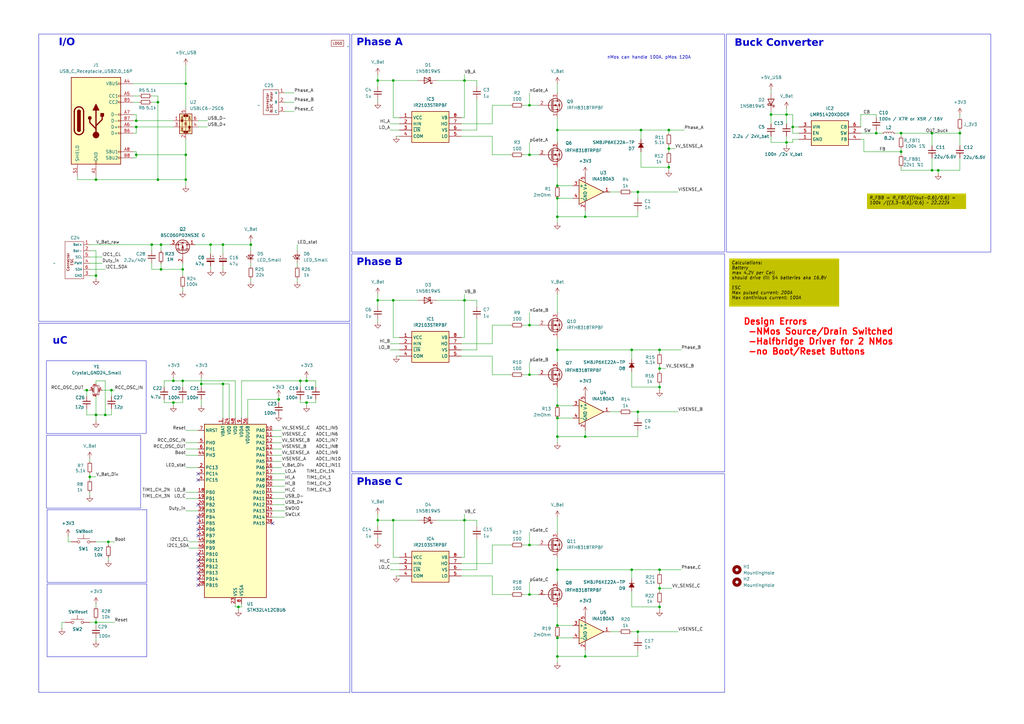
<source format=kicad_sch>
(kicad_sch (version 20250114) (generator "eeschema") (generator_version "9.0")
  (paper "A3")
  (rectangle (start 144.272 104.14) (end 297.18 193.548))
  (rectangle (start 297.942 13.97) (end 406.4 103.378))
  (rectangle (start 19.304 209.042) (end 60.198 238.887))
  (rectangle (start 15.875 132.588) (end 143.51 283.972))
  (rectangle (start 144.272 194.31) (end 297.18 283.972))
  (rectangle (start 144.272 13.97) (end 297.18 103.378))
  (rectangle (start 19.304 239.522) (end 60.198 269.367))
  (rectangle (start 15.875 13.97) (end 143.51 131.826))
  (rectangle (start 19.05 147.955) (end 59.944 177.8))
  (rectangle (start 19.05 178.562) (end 57.658 208.407))
  (text "Phase A" (at 155.702 18.288 0) (effects (font (size 3 3))))
  (text "nMos can handle 100A, pMos 120A" (at 266.192 23.622 0) (effects (font (size 1.27 1.27))))
  (text "Design Errors\n -NMos Source/Drain Switched\n -Halfbridge Driver for 2 NMos\n -no Boot/Reset Buttons\n" (at 304.8 138.176 0) (effects (font (size 2.54 2.54) (thickness 0.508) (bold yes)) (justify left)))
  (text "I/O\n" (at 27.432 18.288 0) (effects (font (size 3 3))))
  (text "Buck Converter" (at 319.532 18.542 0) (effects (font (size 3 3))))
  (text "Phase B" (at 155.702 108.458 0) (effects (font (size 3 3))))
  (text "Phase C" (at 155.702 198.628 0) (effects (font (size 3 3))))
  (text "uC" (at 24.638 140.716 0) (effects (font (size 3 3))))
  (text_box "Calculations:\nBattery\nmax 4.2V per Cell\nshould drive till S4 batteries aka 16,8V\n\nESC\nMax pulsed current: 200A\nMax continious current: 100A\n" (at 299.085 106.045 0) (size 45.085 19.685) (margins 0.9524 0.9524 0.9524 0.9524) (stroke (width -0.0001) (color 255 255 0 1)) (fill (type color) (color 194 194 0 1)) (effects (font (size 1.27 1.27) (italic yes)) (justify left top)))
  (text_box "R_FBB = R_FBT/((Vout-0,6)/0,6) = 100k /((3,3-0,6)/0,6) ~ 22.222k" (at 355.6 79.375 0) (size 40.64 6.35) (margins 0.9524 0.9524 0.9524 0.9524) (stroke (width -0.0001) (color 255 255 0 1)) (fill (type color) (color 194 194 0 1)) (effects (font (size 1.27 1.27) (italic yes)) (justify left top)))
  (junction (at 76.2 63.5))
  (junction (at 125.73 165.1))
  (junction (at 35.56 160.02))
  (junction (at 228.6 143.51))
  (junction (at 259.08 233.68))
  (junction (at 66.04 110.49))
  (junction (at 154.94 213.36))
  (junction (at 91.44 100.33))
  (junction (at 382.27 54.61))
  (junction (at 228.6 261.62))
  (junction (at 76.2 73.66))
  (junction (at 262.89 53.34))
  (junction (at 228.6 81.28))
  (junction (at 240.03 269.24))
  (junction (at 161.29 213.36))
  (junction (at 369.57 54.61))
  (junction (at 217.17 243.84))
  (junction (at 384.81 69.85))
  (junction (at 82.55 157.48))
  (junction (at 123.19 156.21))
  (junction (at 261.62 78.74))
  (junction (at 228.6 256.54))
  (junction (at 190.5 123.19))
  (junction (at 228.6 179.07))
  (junction (at 240.03 179.07))
  (junction (at 270.51 241.3))
  (junction (at 64.77 73.66))
  (junction (at 86.36 100.33))
  (junction (at 190.5 213.36))
  (junction (at 97.79 248.92))
  (junction (at 322.58 46.99))
  (junction (at 325.12 52.07))
  (junction (at 39.37 170.18))
  (junction (at 217.17 223.52))
  (junction (at 274.32 53.34))
  (junction (at 55.88 49.53))
  (junction (at 274.32 60.96))
  (junction (at 270.51 143.51))
  (junction (at 43.18 170.18))
  (junction (at 154.94 33.02))
  (junction (at 217.17 133.35))
  (junction (at 217.17 63.5))
  (junction (at 39.37 73.66))
  (junction (at 102.87 100.33))
  (junction (at 261.62 168.91))
  (junction (at 228.6 53.34))
  (junction (at 64.77 41.91))
  (junction (at 359.41 54.61))
  (junction (at 45.72 160.02))
  (junction (at 228.6 88.9))
  (junction (at 74.93 156.21))
  (junction (at 71.12 165.1))
  (junction (at 259.08 143.51))
  (junction (at 55.88 52.07))
  (junction (at 393.7 54.61))
  (junction (at 228.6 76.2))
  (junction (at 161.29 33.02))
  (junction (at 270.51 233.68))
  (junction (at 270.51 158.75))
  (junction (at 91.44 157.48))
  (junction (at 316.23 46.99))
  (junction (at 74.93 110.49))
  (junction (at 322.58 58.42))
  (junction (at 228.6 269.24))
  (junction (at 76.2 34.29))
  (junction (at 228.6 166.37))
  (junction (at 190.5 33.02))
  (junction (at 240.03 88.9))
  (junction (at 270.51 151.13))
  (junction (at 274.32 68.58))
  (junction (at 71.12 156.21))
  (junction (at 36.83 195.58))
  (junction (at 261.62 259.08))
  (junction (at 270.51 248.92))
  (junction (at 66.04 100.33))
  (junction (at 161.29 123.19))
  (junction (at 125.73 156.21))
  (junction (at 39.37 113.03))
  (junction (at 382.27 69.85))
  (junction (at 217.17 43.18))
  (junction (at 55.88 63.5))
  (junction (at 154.94 123.19))
  (junction (at 44.45 222.25))
  (junction (at 114.3 163.83))
  (junction (at 39.37 255.27))
  (junction (at 369.57 62.23))
  (junction (at 228.6 233.68))
  (junction (at 62.23 100.33))
  (junction (at 228.6 171.45))
  (junction (at 217.17 153.67))
  (no_connect (at 81.28 227.33))
  (no_connect (at 111.76 214.63))
  (no_connect (at 81.28 196.85))
  (no_connect (at 81.28 219.71))
  (no_connect (at 81.28 194.31))
  (no_connect (at 81.28 207.01))
  (no_connect (at 81.28 217.17))
  (no_connect (at 81.28 214.63))
  (no_connect (at 81.28 237.49))
  (no_connect (at 81.28 229.87))
  (no_connect (at 81.28 240.03))
  (no_connect (at 81.28 212.09))
  (no_connect (at 81.28 232.41))
  (no_connect (at 81.28 234.95))
  (wire (pts (xy 114.3 165.1) (xy 114.3 163.83)))
  (wire (pts (xy 201.93 133.35) (xy 209.55 133.35)))
  (wire (pts (xy 161.29 213.36) (xy 171.45 213.36)))
  (wire (pts (xy 270.51 158.75) (xy 270.51 157.48)))
  (wire (pts (xy 54.61 52.07) (xy 55.88 52.07)))
  (wire (pts (xy 115.57 184.15) (xy 111.76 184.15)))
  (wire (pts (xy 195.58 130.81) (xy 195.58 143.51)))
  (wire (pts (xy 86.36 100.33) (xy 91.44 100.33)))
  (wire (pts (xy 115.57 176.53) (xy 111.76 176.53)))
  (wire (pts (xy 354.33 62.23) (xy 354.33 57.15)))
  (wire (pts (xy 250.19 259.08) (xy 254 259.08)))
  (wire (pts (xy 325.12 52.07) (xy 327.66 52.07)))
  (wire (pts (xy 76.2 176.53) (xy 81.28 176.53)))
  (wire (pts (xy 71.12 156.21) (xy 74.93 156.21)))
  (wire (pts (xy 262.89 62.23) (xy 262.89 68.58)))
  (wire (pts (xy 195.58 143.51) (xy 189.23 143.51)))
  (wire (pts (xy 270.51 242.57) (xy 270.51 241.3)))
  (wire (pts (xy 382.27 69.85) (xy 384.81 69.85)))
  (wire (pts (xy 228.6 53.34) (xy 262.89 53.34)))
  (wire (pts (xy 316.23 58.42) (xy 316.23 55.88)))
  (wire (pts (xy 240.03 88.9) (xy 240.03 86.36)))
  (wire (pts (xy 39.37 102.87) (xy 36.83 102.87)))
  (wire (pts (xy 228.6 171.45) (xy 234.95 171.45)))
  (wire (pts (xy 262.89 68.58) (xy 274.32 68.58)))
  (wire (pts (xy 36.83 187.96) (xy 36.83 189.23)))
  (wire (pts (xy 250.19 78.74) (xy 254 78.74)))
  (wire (pts (xy 39.37 114.3) (xy 39.37 113.03)))
  (wire (pts (xy 214.63 153.67) (xy 217.17 153.67)))
  (wire (pts (xy 384.81 71.12) (xy 384.81 69.85)))
  (wire (pts (xy 99.06 156.21) (xy 123.19 156.21)))
  (wire (pts (xy 190.5 123.19) (xy 195.58 123.19)))
  (wire (pts (xy 81.28 52.07) (xy 85.09 52.07)))
  (wire (pts (xy 270.51 241.3) (xy 270.51 240.03)))
  (wire (pts (xy 121.92 115.57) (xy 121.92 114.3)))
  (wire (pts (xy 154.94 33.02) (xy 161.29 33.02)))
  (wire (pts (xy 76.2 184.15) (xy 81.28 184.15)))
  (wire (pts (xy 80.01 100.33) (xy 86.36 100.33)))
  (wire (pts (xy 115.57 186.69) (xy 111.76 186.69)))
  (wire (pts (xy 195.58 125.73) (xy 195.58 123.19)))
  (wire (pts (xy 217.17 43.18) (xy 220.98 43.18)))
  (wire (pts (xy 228.6 158.75) (xy 228.6 166.37)))
  (wire (pts (xy 240.03 269.24) (xy 240.03 266.7)))
  (wire (pts (xy 66.04 107.95) (xy 66.04 110.49)))
  (wire (pts (xy 195.58 53.34) (xy 189.23 53.34)))
  (wire (pts (xy 359.41 53.34) (xy 359.41 54.61)))
  (wire (pts (xy 102.87 115.57) (xy 102.87 114.3)))
  (wire (pts (xy 322.58 44.45) (xy 322.58 46.99)))
  (wire (pts (xy 273.05 151.13) (xy 270.51 151.13)))
  (wire (pts (xy 154.94 132.08) (xy 154.94 130.81)))
  (wire (pts (xy 43.18 170.18) (xy 45.72 170.18)))
  (wire (pts (xy 270.51 250.19) (xy 270.51 248.92)))
  (wire (pts (xy 393.7 59.69) (xy 393.7 54.61)))
  (wire (pts (xy 62.23 100.33) (xy 62.23 102.87)))
  (wire (pts (xy 161.29 123.19) (xy 161.29 138.43)))
  (wire (pts (xy 201.93 231.14) (xy 201.93 223.52)))
  (wire (pts (xy 123.19 156.21) (xy 125.73 156.21)))
  (wire (pts (xy 201.93 63.5) (xy 209.55 63.5)))
  (wire (pts (xy 217.17 133.35) (xy 220.98 133.35)))
  (wire (pts (xy 259.08 259.08) (xy 261.62 259.08)))
  (wire (pts (xy 261.62 179.07) (xy 240.03 179.07)))
  (wire (pts (xy 259.08 233.68) (xy 270.51 233.68)))
  (wire (pts (xy 325.12 54.61) (xy 325.12 52.07)))
  (wire (pts (xy 190.5 213.36) (xy 190.5 228.6)))
  (wire (pts (xy 228.6 48.26) (xy 228.6 53.34)))
  (wire (pts (xy 36.83 203.2) (xy 36.83 201.93)))
  (wire (pts (xy 54.61 41.91) (xy 57.15 41.91)))
  (wire (pts (xy 64.77 73.66) (xy 39.37 73.66)))
  (wire (pts (xy 55.88 54.61) (xy 54.61 54.61)))
  (wire (pts (xy 101.6 163.83) (xy 114.3 163.83)))
  (wire (pts (xy 45.72 160.02) (xy 45.72 162.56)))
  (wire (pts (xy 190.5 48.26) (xy 189.23 48.26)))
  (wire (pts (xy 154.94 120.65) (xy 154.94 123.19)))
  (wire (pts (xy 55.88 49.53) (xy 54.61 49.53)))
  (wire (pts (xy 228.6 228.6) (xy 228.6 233.68)))
  (wire (pts (xy 76.2 181.61) (xy 81.28 181.61)))
  (wire (pts (xy 259.08 143.51) (xy 270.51 143.51)))
  (wire (pts (xy 228.6 233.68) (xy 228.6 238.76)))
  (wire (pts (xy 43.18 110.49) (xy 36.83 110.49)))
  (wire (pts (xy 201.93 243.84) (xy 209.55 243.84)))
  (wire (pts (xy 228.6 120.65) (xy 228.6 128.27)))
  (wire (pts (xy 393.7 53.34) (xy 393.7 54.61)))
  (wire (pts (xy 123.19 156.21) (xy 123.19 158.75)))
  (wire (pts (xy 71.12 154.94) (xy 71.12 156.21)))
  (wire (pts (xy 382.27 54.61) (xy 393.7 54.61)))
  (wire (pts (xy 261.62 176.53) (xy 261.62 179.07)))
  (wire (pts (xy 189.23 231.14) (xy 201.93 231.14)))
  (wire (pts (xy 160.02 231.14) (xy 163.83 231.14)))
  (wire (pts (xy 116.84 199.39) (xy 111.76 199.39)))
  (wire (pts (xy 102.87 100.33) (xy 102.87 102.87)))
  (wire (pts (xy 195.58 233.68) (xy 189.23 233.68)))
  (wire (pts (xy 154.94 41.91) (xy 154.94 40.64)))
  (wire (pts (xy 261.62 259.08) (xy 261.62 261.62)))
  (wire (pts (xy 190.5 213.36) (xy 195.58 213.36)))
  (wire (pts (xy 161.29 33.02) (xy 171.45 33.02)))
  (wire (pts (xy 369.57 63.5) (xy 369.57 62.23)))
  (wire (pts (xy 270.51 248.92) (xy 270.51 247.65)))
  (wire (pts (xy 39.37 222.25) (xy 44.45 222.25)))
  (wire (pts (xy 99.06 248.92) (xy 97.79 248.92)))
  (wire (pts (xy 195.58 35.56) (xy 195.58 33.02)))
  (wire (pts (xy 154.94 35.56) (xy 154.94 33.02)))
  (wire (pts (xy 27.94 222.25) (xy 29.21 222.25)))
  (wire (pts (xy 39.37 73.66) (xy 31.75 73.66)))
  (wire (pts (xy 214.63 133.35) (xy 217.17 133.35)))
  (wire (pts (xy 160.02 50.8) (xy 163.83 50.8)))
  (wire (pts (xy 179.07 33.02) (xy 190.5 33.02)))
  (wire (pts (xy 115.57 189.23) (xy 111.76 189.23)))
  (wire (pts (xy 66.04 110.49) (xy 74.93 110.49)))
  (wire (pts (xy 82.55 157.48) (xy 91.44 157.48)))
  (wire (pts (xy 369.57 62.23) (xy 369.57 60.96)))
  (wire (pts (xy 228.6 212.09) (xy 228.6 218.44)))
  (wire (pts (xy 262.89 53.34) (xy 262.89 57.15)))
  (wire (pts (xy 76.2 186.69) (xy 81.28 186.69)))
  (wire (pts (xy 261.62 168.91) (xy 261.62 171.45)))
  (wire (pts (xy 189.23 55.88) (xy 201.93 55.88)))
  (wire (pts (xy 64.77 39.37) (xy 64.77 41.91)))
  (wire (pts (xy 228.6 143.51) (xy 259.08 143.51)))
  (wire (pts (xy 82.55 166.37) (xy 82.55 163.83)))
  (wire (pts (xy 262.89 53.34) (xy 274.32 53.34)))
  (wire (pts (xy 270.51 160.02) (xy 270.51 158.75)))
  (wire (pts (xy 71.12 165.1) (xy 67.31 165.1)))
  (wire (pts (xy 116.84 207.01) (xy 111.76 207.01)))
  (wire (pts (xy 91.44 110.49) (xy 91.44 109.22)))
  (wire (pts (xy 71.12 166.37) (xy 71.12 165.1)))
  (wire (pts (xy 161.29 48.26) (xy 163.83 48.26)))
  (wire (pts (xy 228.6 179.07) (xy 240.03 179.07)))
  (wire (pts (xy 270.51 233.68) (xy 279.4 233.68)))
  (wire (pts (xy 35.56 170.18) (xy 39.37 170.18)))
  (wire (pts (xy 39.37 156.21) (xy 43.18 156.21)))
  (wire (pts (xy 91.44 104.14) (xy 91.44 100.33)))
  (wire (pts (xy 322.58 58.42) (xy 325.12 58.42)))
  (wire (pts (xy 275.59 241.3) (xy 270.51 241.3)))
  (wire (pts (xy 322.58 59.69) (xy 322.58 58.42)))
  (wire (pts (xy 116.84 196.85) (xy 111.76 196.85)))
  (wire (pts (xy 161.29 213.36) (xy 161.29 228.6)))
  (wire (pts (xy 228.6 34.29) (xy 228.6 38.1)))
  (wire (pts (xy 201.93 43.18) (xy 209.55 43.18)))
  (wire (pts (xy 111.76 209.55) (xy 116.84 209.55)))
  (wire (pts (xy 54.61 46.99) (xy 55.88 46.99)))
  (wire (pts (xy 121.92 109.22) (xy 121.92 107.95)))
  (wire (pts (xy 125.73 165.1) (xy 129.54 165.1)))
  (wire (pts (xy 76.2 26.67) (xy 76.2 34.29)))
  (wire (pts (xy 322.58 46.99) (xy 322.58 50.8)))
  (wire (pts (xy 116.84 201.93) (xy 111.76 201.93)))
  (wire (pts (xy 161.29 33.02) (xy 161.29 48.26)))
  (wire (pts (xy 179.07 213.36) (xy 190.5 213.36)))
  (wire (pts (xy 39.37 102.87) (xy 39.37 113.03)))
  (wire (pts (xy 39.37 113.03) (xy 36.83 113.03)))
  (wire (pts (xy 102.87 109.22) (xy 102.87 107.95)))
  (wire (pts (xy 39.37 254) (xy 39.37 255.27)))
  (wire (pts (xy 81.28 49.53) (xy 85.09 49.53)))
  (wire (pts (xy 55.88 63.5) (xy 55.88 64.77)))
  (wire (pts (xy 91.44 157.48) (xy 93.98 157.48)))
  (wire (pts (xy 160.02 143.51) (xy 163.83 143.51)))
  (wire (pts (xy 228.6 88.9) (xy 240.03 88.9)))
  (wire (pts (xy 34.29 160.02) (xy 35.56 160.02)))
  (wire (pts (xy 115.57 179.07) (xy 111.76 179.07)))
  (wire (pts (xy 316.23 45.72) (xy 316.23 46.99)))
  (wire (pts (xy 214.63 63.5) (xy 217.17 63.5)))
  (wire (pts (xy 189.23 236.22) (xy 201.93 236.22)))
  (wire (pts (xy 160.02 233.68) (xy 163.83 233.68)))
  (wire (pts (xy 217.17 58.42) (xy 217.17 63.5)))
  (wire (pts (xy 190.5 138.43) (xy 189.23 138.43)))
  (wire (pts (xy 195.58 215.9) (xy 195.58 213.36)))
  (wire (pts (xy 261.62 259.08) (xy 278.13 259.08)))
  (wire (pts (xy 39.37 247.65) (xy 39.37 248.92)))
  (wire (pts (xy 77.47 222.25) (xy 81.28 222.25)))
  (wire (pts (xy 116.84 194.31) (xy 111.76 194.31)))
  (wire (pts (xy 359.41 46.99) (xy 359.41 48.26)))
  (wire (pts (xy 27.94 219.71) (xy 27.94 222.25)))
  (wire (pts (xy 62.23 41.91) (xy 64.77 41.91)))
  (wire (pts (xy 55.88 62.23) (xy 55.88 63.5)))
  (wire (pts (xy 111.76 212.09) (xy 116.84 212.09)))
  (wire (pts (xy 214.63 243.84) (xy 217.17 243.84)))
  (wire (pts (xy 382.27 54.61) (xy 382.27 59.69)))
  (wire (pts (xy 129.54 158.75) (xy 129.54 156.21)))
  (wire (pts (xy 322.58 55.88) (xy 322.58 58.42)))
  (wire (pts (xy 66.04 100.33) (xy 69.85 100.33)))
  (wire (pts (xy 91.44 157.48) (xy 91.44 171.45)))
  (wire (pts (xy 62.23 107.95) (xy 62.23 110.49)))
  (wire (pts (xy 86.36 110.49) (xy 86.36 109.22)))
  (wire (pts (xy 384.81 69.85) (xy 393.7 69.85)))
  (wire (pts (xy 261.62 78.74) (xy 278.13 78.74)))
  (wire (pts (xy 316.23 58.42) (xy 322.58 58.42)))
  (wire (pts (xy 261.62 78.74) (xy 261.62 81.28)))
  (wire (pts (xy 190.5 120.65) (xy 190.5 123.19)))
  (wire (pts (xy 359.41 54.61) (xy 353.06 54.61)))
  (wire (pts (xy 154.94 123.19) (xy 161.29 123.19)))
  (wire (pts (xy 82.55 154.94) (xy 82.55 157.48)))
  (wire (pts (xy 36.83 194.31) (xy 36.83 195.58)))
  (wire (pts (xy 64.77 41.91) (xy 64.77 73.66)))
  (wire (pts (xy 76.2 73.66) (xy 64.77 73.66)))
  (wire (pts (xy 217.17 63.5) (xy 220.98 63.5)))
  (wire (pts (xy 66.04 100.33) (xy 66.04 102.87)))
  (wire (pts (xy 74.93 156.21) (xy 96.52 156.21)))
  (wire (pts (xy 123.19 163.83) (xy 123.19 165.1)))
  (wire (pts (xy 179.07 123.19) (xy 190.5 123.19)))
  (wire (pts (xy 189.23 140.97) (xy 201.93 140.97)))
  (wire (pts (xy 259.08 147.32) (xy 259.08 143.51)))
  (wire (pts (xy 316.23 50.8) (xy 316.23 46.99)))
  (wire (pts (xy 39.37 72.39) (xy 39.37 73.66)))
  (wire (pts (xy 190.5 210.82) (xy 190.5 213.36)))
  (wire (pts (xy 270.51 144.78) (xy 270.51 143.51)))
  (wire (pts (xy 228.6 143.51) (xy 228.6 148.59)))
  (wire (pts (xy 55.88 46.99) (xy 55.88 49.53)))
  (wire (pts (xy 250.19 168.91) (xy 254 168.91)))
  (wire (pts (xy 201.93 153.67) (xy 209.55 153.67)))
  (wire (pts (xy 35.56 170.18) (xy 35.56 167.64)))
  (wire (pts (xy 41.91 160.02) (xy 45.72 160.02)))
  (wire (pts (xy 160.02 53.34) (xy 163.83 53.34)))
  (wire (pts (xy 228.6 233.68) (xy 259.08 233.68)))
  (wire (pts (xy 369.57 55.88) (xy 369.57 54.61)))
  (wire (pts (xy 121.92 100.33) (xy 121.92 102.87)))
  (wire (pts (xy 44.45 228.6) (xy 44.45 229.87)))
  (wire (pts (xy 43.18 156.21) (xy 43.18 170.18)))
  (wire (pts (xy 214.63 43.18) (xy 217.17 43.18)))
  (wire (pts (xy 189.23 146.05) (xy 201.93 146.05)))
  (wire (pts (xy 125.73 154.94) (xy 125.73 156.21)))
  (wire (pts (xy 217.17 128.27) (xy 217.17 133.35)))
  (wire (pts (xy 97.79 248.92) (xy 96.52 248.92)))
  (wire (pts (xy 228.6 179.07) (xy 228.6 171.45)))
  (wire (pts (xy 99.06 171.45) (xy 99.06 156.21)))
  (wire (pts (xy 39.37 261.62) (xy 39.37 262.89)))
  (wire (pts (xy 217.17 148.59) (xy 217.17 153.67)))
  (wire (pts (xy 195.58 220.98) (xy 195.58 233.68)))
  (wire (pts (xy 76.2 204.47) (xy 81.28 204.47)))
  (wire (pts (xy 354.33 62.23) (xy 369.57 62.23)))
  (wire (pts (xy 36.83 100.33) (xy 62.23 100.33)))
  (wire (pts (xy 162.56 55.88) (xy 163.83 55.88)))
  (wire (pts (xy 114.3 163.83) (xy 114.3 162.56)))
  (wire (pts (xy 77.47 224.79) (xy 81.28 224.79)))
  (wire (pts (xy 316.23 36.83) (xy 316.23 38.1)))
  (wire (pts (xy 240.03 179.07) (xy 240.03 176.53)))
  (wire (pts (xy 25.4 257.81) (xy 25.4 255.27)))
  (wire (pts (xy 393.7 69.85) (xy 393.7 64.77)))
  (wire (pts (xy 261.62 88.9) (xy 240.03 88.9)))
  (wire (pts (xy 190.5 123.19) (xy 190.5 138.43)))
  (wire (pts (xy 270.51 143.51) (xy 279.4 143.51)))
  (wire (pts (xy 228.6 269.24) (xy 240.03 269.24)))
  (wire (pts (xy 228.6 248.92) (xy 228.6 256.54)))
  (wire (pts (xy 74.93 158.75) (xy 74.93 156.21)))
  (wire (pts (xy 259.08 242.57) (xy 259.08 248.92)))
  (wire (pts (xy 261.62 86.36) (xy 261.62 88.9)))
  (wire (pts (xy 91.44 100.33) (xy 102.87 100.33)))
  (wire (pts (xy 39.37 170.18) (xy 43.18 170.18)))
  (wire (pts (xy 161.29 138.43) (xy 163.83 138.43)))
  (wire (pts (xy 201.93 223.52) (xy 209.55 223.52)))
  (wire (pts (xy 274.32 53.34) (xy 280.67 53.34)))
  (wire (pts (xy 190.5 30.48) (xy 190.5 33.02)))
  (wire (pts (xy 39.37 255.27) (xy 39.37 256.54)))
  (wire (pts (xy 274.32 69.85) (xy 274.32 68.58)))
  (wire (pts (xy 261.62 266.7) (xy 261.62 269.24)))
  (wire (pts (xy 325.12 58.42) (xy 325.12 57.15)))
  (wire (pts (xy 67.31 165.1) (xy 67.31 163.83)))
  (wire (pts (xy 129.54 165.1) (xy 129.54 163.83)))
  (wire (pts (xy 36.83 255.27) (xy 39.37 255.27)))
  (wire (pts (xy 62.23 110.49) (xy 66.04 110.49)))
  (wire (pts (xy 97.79 248.92) (xy 97.79 250.19)))
  (wire (pts (xy 228.6 271.78) (xy 228.6 269.24)))
  (wire (pts (xy 154.94 213.36) (xy 161.29 213.36)))
  (wire (pts (xy 46.99 160.02) (xy 45.72 160.02)))
  (wire (pts (xy 116.84 38.1) (xy 120.65 38.1)))
  (wire (pts (xy 190.5 228.6) (xy 189.23 228.6)))
  (wire (pts (xy 41.91 107.95) (xy 36.83 107.95)))
  (wire (pts (xy 44.45 222.25) (xy 46.99 222.25)))
  (wire (pts (xy 228.6 256.54) (xy 234.95 256.54)))
  (wire (pts (xy 322.58 46.99) (xy 325.12 46.99)))
  (wire (pts (xy 316.23 46.99) (xy 322.58 46.99)))
  (wire (pts (xy 189.23 50.8) (xy 201.93 50.8)))
  (wire (pts (xy 123.19 165.1) (xy 125.73 165.1)))
  (wire (pts (xy 162.56 236.22) (xy 163.83 236.22)))
  (wire (pts (xy 74.93 110.49) (xy 74.93 113.03)))
  (wire (pts (xy 154.94 210.82) (xy 154.94 213.36)))
  (wire (pts (xy 201.93 50.8) (xy 201.93 43.18)))
  (wire (pts (xy 369.57 54.61) (xy 367.03 54.61)))
  (wire (pts (xy 54.61 34.29) (xy 76.2 34.29)))
  (wire (pts (xy 259.08 248.92) (xy 270.51 248.92)))
  (wire (pts (xy 76.2 209.55) (xy 81.28 209.55)))
  (wire (pts (xy 228.6 81.28) (xy 234.95 81.28)))
  (wire (pts (xy 228.6 181.61) (xy 228.6 179.07)))
  (wire (pts (xy 274.32 60.96) (xy 274.32 59.69)))
  (wire (pts (xy 259.08 78.74) (xy 261.62 78.74)))
  (wire (pts (xy 228.6 261.62) (xy 234.95 261.62)))
  (wire (pts (xy 82.55 158.75) (xy 82.55 157.48)))
  (wire (pts (xy 76.2 63.5) (xy 76.2 57.15)))
  (wire (pts (xy 259.08 233.68) (xy 259.08 237.49)))
  (wire (pts (xy 25.4 255.27) (xy 26.67 255.27)))
  (wire (pts (xy 55.88 52.07) (xy 55.88 54.61)))
  (wire (pts (xy 369.57 54.61) (xy 382.27 54.61)))
  (wire (pts (xy 54.61 62.23) (xy 55.88 62.23)))
  (wire (pts (xy 201.93 146.05) (xy 201.93 153.67)))
  (wire (pts (xy 160.02 140.97) (xy 163.83 140.97)))
  (wire (pts (xy 35.56 160.02) (xy 36.83 160.02)))
  (wire (pts (xy 359.41 54.61) (xy 361.95 54.61)))
  (wire (pts (xy 125.73 165.1) (xy 125.73 166.37)))
  (wire (pts (xy 217.17 153.67) (xy 220.98 153.67)))
  (wire (pts (xy 115.57 181.61) (xy 111.76 181.61)))
  (wire (pts (xy 228.6 138.43) (xy 228.6 143.51)))
  (wire (pts (xy 259.08 158.75) (xy 270.51 158.75)))
  (wire (pts (xy 274.32 68.58) (xy 274.32 67.31)))
  (wire (pts (xy 154.94 125.73) (xy 154.94 123.19)))
  (wire (pts (xy 31.75 73.66) (xy 31.75 72.39)))
  (wire (pts (xy 67.31 156.21) (xy 71.12 156.21)))
  (wire (pts (xy 116.84 41.91) (xy 120.65 41.91)))
  (wire (pts (xy 39.37 170.18) (xy 39.37 172.72)))
  (wire (pts (xy 99.06 248.92) (xy 99.06 247.65)))
  (wire (pts (xy 228.6 91.44) (xy 228.6 88.9)))
  (wire (pts (xy 76.2 201.93) (xy 81.28 201.93)))
  (wire (pts (xy 74.93 165.1) (xy 74.93 163.83)))
  (wire (pts (xy 274.32 62.23) (xy 274.32 60.96)))
  (wire (pts (xy 228.6 68.58) (xy 228.6 76.2)))
  (wire (pts (xy 74.93 118.11) (xy 74.93 119.38)))
  (wire (pts (xy 115.57 191.77) (xy 111.76 191.77)))
  (wire (pts (xy 228.6 53.34) (xy 228.6 58.42)))
  (wire (pts (xy 353.06 46.99) (xy 359.41 46.99)))
  (wire (pts (xy 228.6 88.9) (xy 228.6 81.28)))
  (wire (pts (xy 111.76 204.47) (xy 116.84 204.47)))
  (wire (pts (xy 154.94 30.48) (xy 154.94 33.02)))
  (wire (pts (xy 96.52 248.92) (xy 96.52 247.65)))
  (wire (pts (xy 201.93 236.22) (xy 201.93 243.84)))
  (wire (pts (xy 154.94 222.25) (xy 154.94 220.98)))
  (wire (pts (xy 195.58 40.64) (xy 195.58 53.34)))
  (wire (pts (xy 270.51 151.13) (xy 270.51 149.86)))
  (wire (pts (xy 190.5 33.02) (xy 195.58 33.02)))
  (wire (pts (xy 102.87 99.06) (xy 102.87 100.33)))
  (wire (pts (xy 354.33 57.15) (xy 353.06 57.15)))
  (wire (pts (xy 39.37 195.58) (xy 36.83 195.58)))
  (wire (pts (xy 228.6 269.24) (xy 228.6 261.62)))
  (wire (pts (xy 201.93 55.88) (xy 201.93 63.5)))
  (wire (pts (xy 57.15 39.37) (xy 54.61 39.37)))
  (wire (pts (xy 261.62 168.91) (xy 278.13 168.91)))
  (wire (pts (xy 325.12 57.15) (xy 327.66 57.15)))
  (wire (pts (xy 270.51 234.95) (xy 270.51 233.68)))
  (wire (pts (xy 39.37 162.56) (xy 39.37 170.18)))
  (wire (pts (xy 71.12 165.1) (xy 74.93 165.1)))
  (wire (pts (xy 259.08 152.4) (xy 259.08 158.75)))
  (wire (pts (xy 261.62 269.24) (xy 240.03 269.24)))
  (wire (pts (xy 217.17 223.52) (xy 220.98 223.52)))
  (wire (pts (xy 228.6 76.2) (xy 234.95 76.2)))
  (wire (pts (xy 162.56 146.05) (xy 163.83 146.05)))
  (wire (pts (xy 325.12 46.99) (xy 325.12 52.07)))
  (wire (pts (xy 55.88 63.5) (xy 76.2 63.5)))
  (wire (pts (xy 96.52 156.21) (xy 96.52 171.45)))
  (wire (pts (xy 55.88 64.77) (xy 54.61 64.77)))
  (wire (pts (xy 214.63 223.52) (xy 217.17 223.52)))
  (wire (pts (xy 36.83 195.58) (xy 36.83 196.85)))
  (wire (pts (xy 276.86 60.96) (xy 274.32 60.96)))
  (wire (pts (xy 74.93 107.95) (xy 74.93 110.49)))
  (wire (pts (xy 154.94 215.9) (xy 154.94 213.36)))
  (wire (pts (xy 67.31 158.75) (xy 67.31 156.21)))
  (wire (pts (xy 44.45 222.25) (xy 44.45 223.52)))
  (wire (pts (xy 116.84 45.72) (xy 120.65 45.72)))
  (wire (pts (xy 270.51 152.4) (xy 270.51 151.13)))
  (wire (pts (xy 217.17 238.76) (xy 217.17 243.84)))
  (wire (pts (xy 217.17 218.44) (xy 217.17 223.52)))
  (wire (pts (xy 369.57 69.85) (xy 382.27 69.85)))
  (wire (pts (xy 217.17 38.1) (xy 217.17 43.18)))
  (wire (pts (xy 190.5 33.02) (xy 190.5 48.26)))
  (wire (pts (xy 93.98 157.48) (xy 93.98 171.45)))
  (wire (pts (xy 393.7 46.99) (xy 393.7 48.26)))
  (wire (pts (xy 62.23 100.33) (xy 66.04 100.33)))
  (wire (pts (xy 55.88 52.07) (xy 71.12 52.07)))
  (wire (pts (xy 41.91 105.41) (xy 36.83 105.41)))
  (wire (pts (xy 274.32 53.34) (xy 274.32 54.61)))
  (wire (pts (xy 369.57 69.85) (xy 369.57 68.58)))
  (wire (pts (xy 35.56 160.02) (xy 35.56 162.56)))
  (wire (pts (xy 353.06 52.07) (xy 353.06 46.99)))
  (wire (pts (xy 327.66 54.61) (xy 325.12 54.61)))
  (wire (pts (xy 62.23 39.37) (xy 64.77 39.37)))
  (wire (pts (xy 101.6 163.83) (xy 101.6 171.45)))
  (wire (pts (xy 382.27 64.77) (xy 382.27 69.85)))
  (wire (pts (xy 125.73 156.21) (xy 129.54 156.21)))
  (wire (pts (xy 39.37 255.27) (xy 46.99 255.27)))
  (wire (pts (xy 39.37 157.48) (xy 39.37 156.21)))
  (wire (pts (xy 228.6 166.37) (xy 234.95 166.37)))
  (wire (pts (xy 259.08 168.91) (xy 261.62 168.91)))
  (wire (pts (xy 45.72 170.18) (xy 45.72 167.64)))
  (wire (pts (xy 161.29 123.19) (xy 171.45 123.19)))
  (wire (pts (xy 86.36 104.14) (xy 86.36 100.33)))
  (wire (pts (xy 76.2 76.2) (xy 76.2 73.66)))
  (wire (pts (xy 71.12 49.53) (xy 55.88 49.53)))
  (wire (pts (xy 76.2 34.29) (xy 76.2 44.45)))
  (wire (pts (xy 217.17 243.84) (xy 220.98 243.84)))
  (wire (pts (xy 76.2 191.77) (xy 81.28 191.77)))
  (wire (pts (xy 201.93 140.97) (xy 201.93 133.35)))
  (wire (pts (xy 76.2 73.66) (xy 76.2 63.5)))
  (wire (pts (xy 161.29 228.6) (xy 163.83 228.6)))
  (label "RCC_OSC_OUT" (at 76.2 184.15 180))
  (label "TIM1_CH_1N" (at 125.73 194.31 0))
  (label "ADC1_IN9" (at 129.54 186.69 0))
  (label "LO_A" (at 160.02 53.34 180))
  (label "V_Bat_Div" (at 39.37 195.58 0))
  (label "VISENSE_C" (at 115.57 179.07 0))
  (label "SWDIO" (at 116.84 209.55 0))
  (label "RCC_OSC_IN" (at 46.99 160.02 0))
  (label "VB_C" (at 190.5 210.82 0))
  (label "VV_SENSE_C" (at 115.57 176.53 0))
  (label "VV_SENSE_A" (at 276.86 60.96 0))
  (label "I2C1_SDA" (at 43.18 110.49 0))
  (label "pGate_A" (at 217.17 58.42 0))
  (label "Duty_in" (at 76.2 209.55 180))
  (label "Hi_B" (at 160.02 140.97 180))
  (label "nGate_A" (at 217.17 38.1 0))
  (label "Phase_C" (at 279.4 233.68 0))
  (label "LED_stat" (at 76.2 191.77 180))
  (label "OUT_buck" (at 379.73 54.61 0))
  (label "ADC1_IN7" (at 129.54 181.61 0))
  (label "LO_B" (at 160.02 143.51 180))
  (label "pGate_B" (at 217.17 148.59 0))
  (label "ADC1_IN10" (at 129.54 189.23 0))
  (label "ADC1_IN8" (at 129.54 184.15 0))
  (label "VV_SENSE_B" (at 115.57 181.61 0))
  (label "I2C1_CL" (at 41.91 105.41 0))
  (label "Phase_C" (at 120.65 45.72 0))
  (label "Phase_A" (at 120.65 38.1 0))
  (label "I2C1_SDA" (at 77.47 224.79 180))
  (label "Hi_A" (at 116.84 196.85 0))
  (label "USB_D+" (at 85.09 52.07 0))
  (label "VB_A" (at 190.5 30.48 0))
  (label "VV_SENSE_C" (at 275.59 241.3 0))
  (label "Hi_A" (at 160.02 50.8 180))
  (label "LO_C" (at 76.2 204.47 180))
  (label "VISENSE_C" (at 278.13 259.08 0))
  (label "ADC1_IN6" (at 129.54 179.07 0))
  (label "USB_D-" (at 85.09 49.53 0))
  (label "VV_SENSE_B" (at 273.05 151.13 0))
  (label "SW" (at 354.33 54.61 0))
  (label "V_Bat_Div" (at 115.57 191.77 0))
  (label "TIM1_CH_2" (at 125.73 199.39 0))
  (label "RCC_OSC_OUT" (at 34.29 160.02 180))
  (label "V_Bat_raw" (at 39.37 100.33 0))
  (label "I2C1_CL" (at 77.47 222.25 180))
  (label "USB_D-" (at 116.84 204.47 0))
  (label "Hi_B" (at 116.84 199.39 0))
  (label "TIM1_CH_3" (at 125.73 201.93 0))
  (label "TIM1_CH_1" (at 125.73 196.85 0))
  (label "Phase_B" (at 120.65 41.91 0))
  (label "RCC_OSC_IN" (at 76.2 181.61 180))
  (label "nGate_B" (at 217.17 128.27 0))
  (label "Reset" (at 46.99 255.27 0))
  (label "LO_C" (at 160.02 233.68 180))
  (label "LO_B" (at 76.2 201.93 180))
  (label "TIM1_CH_2N" (at 69.85 201.93 180))
  (label "ADC1_IN5" (at 129.54 176.53 0))
  (label "TIM1_CH_3N" (at 69.85 204.47 180))
  (label "Boot" (at 46.99 222.25 0))
  (label "pGate_C" (at 217.17 238.76 0))
  (label "Phase_B" (at 279.4 143.51 0))
  (label "LED_stat" (at 121.92 100.33 0))
  (label "Boot" (at 76.2 186.69 180))
  (label "LO_A" (at 116.84 194.31 0))
  (label "HI_C" (at 116.84 201.93 0))
  (label "VISENSE_B" (at 278.13 168.91 0))
  (label "VISENSE_A" (at 278.13 78.74 0))
  (label "SWCLK" (at 116.84 212.09 0))
  (label "VV_SENSE_A" (at 115.57 186.69 0))
  (label "Reset" (at 76.2 176.53 180))
  (label "VISENSE_A" (at 115.57 189.23 0))
  (label "CB" (at 354.0955 46.99 0))
  (label "ADC1_IN11" (at 129.54 191.77 0))
  (label "HI_C" (at 160.02 231.14 180))
  (label "Duty_in" (at 41.91 107.95 0))
  (label "VB_B" (at 190.5 120.65 0))
  (label "Phase_A" (at 280.67 53.34 0))
  (label "FB" (at 360.68 62.23 0))
  (label "USB_D+" (at 116.84 207.01 0))
  (label "VISENSE_B" (at 115.57 184.15 0))
  (label "nGate_C" (at 217.17 218.44 0))
  (symbol (lib_id "Device:R_Small") (at 256.54 259.08 270) (unit 1)
    (property "Reference" "R20" (at 256.54 254 90))
    (property "Value" "1k" (at 256.54 256.54 90))
    (property "Footprint" "Resistor_SMD:R_0603_1608Metric" (effects (hide yes)))
    (property "Description" "Resistor, small symbol" (effects (hide yes)))
  )
  (symbol (lib_id "power:GND") (at 39.37 172.72 0) (unit 1)
    (property "Reference" "#PWR045" (effects (hide yes)))
    (property "Value" "GND" (effects (hide yes)))
    (property "Description" "Power symbol creates a global label with name \"GND\" , ground" (effects (hide yes)))
  )
  (symbol (lib_id "power:GND") (at 162.56 236.22 0) (unit 1)
    (property "Reference" "#PWR028" (effects (hide yes)))
    (property "Value" "GND" (effects (hide yes)))
    (property "Description" "Power symbol creates a global label with name \"GND\" , ground" (effects (hide yes)))
  )
  (symbol (lib_id "power:GND") (at 154.94 41.91 0) (unit 1)
    (property "Reference" "#PWR06" (effects (hide yes)))
    (property "Value" "GND" (effects (hide yes)))
    (property "Description" "Power symbol creates a global label with name \"GND\" , ground" (effects (hide yes)))
  )
  (symbol (lib_id "Device:C_Small") (at 154.94 38.1 0) (mirror x) (unit 1)
    (property "Reference" "C4" (at 152.4 36.8235 0) (effects (justify right)))
    (property "Value" "1u" (at 152.4 39.3635 0) (effects (justify right)))
    (property "Footprint" "Capacitor_SMD:C_0603_1608Metric" (effects (hide yes)))
    (property "Description" "Unpolarized capacitor, small symbol" (effects (hide yes)))
  )
  (symbol (lib_id "Device:R_Small") (at 256.54 168.91 270) (unit 1)
    (property "Reference" "R14" (at 256.54 163.83 90))
    (property "Value" "1k" (at 256.54 166.37 90))
    (property "Footprint" "Resistor_SMD:R_0603_1608Metric" (effects (hide yes)))
    (property "Description" "Resistor, small symbol" (effects (hide yes)))
  )
  (symbol (lib_id "Device:LED_Small") (at 102.87 105.41 90) (unit 1)
    (property "Reference" "D5" (at 105.41 104.0764 90) (effects (justify right)))
    (property "Value" "LED_Small" (at 105.41 106.6164 90) (effects (justify right)))
    (property "Footprint" "LED_SMD:LED_0603_1608Metric" (effects (hide yes)))
    (property "Description" "Light emitting diode, small symbol" (effects (hide yes)))
  )
  (symbol (lib_id "Transistor_FET_Other:Q_NMOS_Depletion_SGD") (at 226.06 63.5 0) (unit 1)
    (property "Reference" "Q6" (at 231.902 58.674 0) (effects (justify left)))
    (property "Value" "IRFH8318TRPBF" (at 231.648 61.722 0) (effects (justify left)))
    (property "Footprint" "ESC_footrpints:BSC054N04NSGATMA1" (effects (hide yes)))
    (property "Datasheet" "https://www.mouser.de/datasheet/2/196/Infineon_IRFH8318_DataSheet_v01_01_EN-3363359.pdf" (effects (hide yes)))
    (property "Description" "Depletion-mode N-channel MOSFET source/gate/drain" (effects (hide yes)))
  )
  (symbol (lib_id "ESC_Library:LMR51420XDDCR") (at 327.66 52.07 0) (unit 1)
    (property "Reference" "IC2" (at 340.36 44.45 0))
    (property "Value" "LMR51420XDDCR" (at 340.36 46.99 0))
    (property "Footprint" "SOT95P280X110-6N" (effects (hide yes)))
    (property "Datasheet" "https://www.ti.com/lit/ds/symlink/lmr51420.pdf?ts=1663231243064" (effects (hide yes)))
    (property "Description" "Switching Voltage Regulators SIMPLE SWITCHER power converter 4.5-V to 36-V, 2-A, synchronous buck with 40-uA IQ" (effects (hide yes)))
    (property "Height" "1.1" (effects (hide yes)))
    (property "Mouser Part Number" "595-LMR51420XDDCR" (effects (hide yes)))
    (property "Mouser Price/Stock" "https://www.mouser.co.uk/ProductDetail/Texas-Instruments/LMR51420XDDCR?qs=vvQtp7zwQdN6fBqQU4azxw%3D%3D" (effects (hide yes)))
    (property "Manufacturer_Name" "Texas Instruments" (effects (hide yes)))
    (property "Manufacturer_Part_Number" "LMR51420XDDCR" (effects (hide yes)))
  )
  (symbol (lib_id "Device:R_Small") (at 256.54 78.74 270) (unit 1)
    (property "Reference" "R4" (at 256.54 73.66 90))
    (property "Value" "1k" (at 256.54 76.2 90))
    (property "Footprint" "Resistor_SMD:R_0603_1608Metric" (effects (hide yes)))
    (property "Description" "Resistor, small symbol" (effects (hide yes)))
  )
  (symbol (lib_id "Device:C_Small") (at 35.56 165.1 0) (mirror x) (unit 1)
    (property "Reference" "C26" (at 34.798 163.068 0) (effects (justify right)))
    (property "Value" "12p" (at 34.544 166.878 0) (effects (justify right)))
    (property "Footprint" "Capacitor_SMD:C_0402_1005Metric" (effects (hide yes)))
    (property "Description" "Unpolarized capacitor, small symbol" (effects (hide yes)))
  )
  (symbol (lib_id "power:GND") (at 91.44 110.49 0) (mirror y) (unit 1)
    (property "Reference" "#PWR031" (effects (hide yes)))
    (property "Value" "GND" (effects (hide yes)))
    (property "Description" "Power symbol creates a global label with name \"GND\" , ground" (effects (hide yes)))
  )
  (symbol (lib_id "power:+3V3") (at 125.73 154.94 0) (unit 1)
    (property "Reference" "#PWR041" (effects (hide yes)))
    (property "Value" "+3V3" (at 125.73 149.86 0))
    (property "Description" "Power symbol creates a global label with name \"+3V3\"" (effects (hide yes)))
  )
  (symbol (lib_id "Diode:1N5819WS") (at 175.26 213.36 180) (unit 1)
    (property "Reference" "D4" (at 175.5775 207.01 0))
    (property "Value" "1N5819WS" (at 175.5775 209.55 0))
    (property "Footprint" "Diode_SMD:D_SOD-323" (effects (hide yes)))
    (property "Datasheet" "https://datasheet.lcsc.com/lcsc/2204281430_Guangdong-Hottech-1N5819WS_C191023.pdf" (effects (hide yes)))
    (property "Description" "40V 600mV@1A 1A SOD-323 Schottky Barrier Diodes, SOD-323" (effects (hide yes)))
  )
  (symbol (lib_id "Device:C_Small") (at 129.54 161.29 0) (mirror x) (unit 1)
    (property "Reference" "C18" (at 128.778 159.258 0) (effects (justify right)))
    (property "Value" "1u" (at 128.27 162.814 0) (effects (justify right)))
    (property "Footprint" "Capacitor_SMD:C_0603_1608Metric" (effects (hide yes)))
    (property "Description" "Unpolarized capacitor, small symbol" (effects (hide yes)))
  )
  (symbol (lib_id "Transistor_FET:Q_PMOS_DGS") (at 74.93 102.87 270) (mirror x) (unit 1)
    (property "Reference" "Q2" (at 74.93 93.98 90))
    (property "Value" "BSC060P03NS3E G" (at 74.93 96.52 90))
    (property "Footprint" "ESC_footrpints:BSC060P03NS3EG" (effects (hide yes)))
    (property "Datasheet" "https://www.mouser.de/datasheet/2/196/Infineon_BSC060P03NS3E_G_DS_v02_01_en-3360666.pdf" (effects (hide yes)))
    (property "Description" "P-MOSFET transistor, drain/gate/source" (effects (hide yes)))
  )
  (symbol (lib_id "Mechanical:MountingHole") (at 302.26 238.76 0) (unit 1) (exclude_from_sim yes) (in_bom no)
    (property "Reference" "H2" (at 304.8 237.4899 0) (effects (justify left)))
    (property "Value" "MountingHole" (at 304.8 240.0299 0) (effects (justify left)))
    (property "Footprint" "MountingHole:MountingHole_2.2mm_M2" (effects (hide yes)))
    (property "Description" "Mounting Hole without connection" (effects (hide yes)))
  )
  (symbol (lib_id "power:GND") (at 39.37 114.3 0) (unit 1)
    (property "Reference" "#PWR043" (effects (hide yes)))
    (property "Value" "GND" (effects (hide yes)))
    (property "Description" "Power symbol creates a global label with name \"GND\" , ground" (effects (hide yes)))
  )
  (symbol (lib_id "ESC_Library:IR2103STRPBF") (at 163.83 48.26 0) (unit 1)
    (property "Reference" "IC3" (at 176.53 40.64 0))
    (property "Value" "IR2103STRPBF" (at 176.53 43.18 0))
    (property "Footprint" "SOIC127P600X175-8N" (effects (hide yes)))
    (property "Datasheet" "https://www.infineon.com/cms/en/product/power/gate-driver-ics/?" (effects (hide yes)))
    (property "Description" "Gate Drivers Half Bridge Driver 520ns" (effects (hide yes)))
    (property "Height" "1.75" (effects (hide yes)))
    (property "Mouser Part Number" "942-IR2103STRPBF" (effects (hide yes)))
    (property "Mouser Price/Stock" "https://www.mouser.co.uk/ProductDetail/Infineon-Technologies/IR2103STRPBF?qs=2r01AXMCG3MUNnnJnNllYQ%3D%3D" (effects (hide yes)))
    (property "Manufacturer_Name" "Infineon" (effects (hide yes)))
    (property "Manufacturer_Part_Number" "IR2103STRPBF" (effects (hide yes)))
  )
  (symbol (lib_id "Mechanical:MountingHole") (at 302.26 233.68 0) (unit 1) (exclude_from_sim yes) (in_bom no)
    (property "Reference" "H1" (at 304.8 232.4099 0) (effects (justify left)))
    (property "Value" "MountingHole" (at 304.8 234.9499 0) (effects (justify left)))
    (property "Footprint" "MountingHole:MountingHole_2.2mm_M2_DIN965_Pad" (effects (hide yes)))
    (property "Description" "Mounting Hole without connection" (effects (hide yes)))
  )
  (symbol (lib_id "power:GND") (at 228.6 271.78 0) (unit 1)
    (property "Reference" "#PWR029" (effects (hide yes)))
    (property "Value" "GND" (effects (hide yes)))
    (property "Description" "Power symbol creates a global label with name \"GND\" , ground" (effects (hide yes)))
  )
  (symbol (lib_id "power:GND") (at 162.56 146.05 0) (unit 1)
    (property "Reference" "#PWR018" (effects (hide yes)))
    (property "Value" "GND" (effects (hide yes)))
    (property "Description" "Power symbol creates a global label with name \"GND\" , ground" (effects (hide yes)))
  )
  (symbol (lib_id "power:GND") (at 39.37 262.89 0) (unit 1)
    (property "Reference" "#PWR054" (effects (hide yes)))
    (property "Value" "GND" (effects (hide yes)))
    (property "Description" "Power symbol creates a global label with name \"GND\" , ground" (effects (hide yes)))
  )
  (symbol (lib_id "Device:R_Small") (at 228.6 168.91 0) (unit 1)
    (property "Reference" "R13" (at 226.06 167.6399 0) (effects (justify right)))
    (property "Value" "2mOhm" (at 226.06 170.1799 0) (effects (justify right)))
    (property "Footprint" "Resistor_SMD:R_2512_6332Metric" (effects (hide yes)))
    (property "Description" "Resistor, small symbol" (effects (hide yes)))
    (property " Mouser-Nr.: " "603-PA2512FKM7W0R002 " (effects (hide yes)))
  )
  (symbol (lib_id "Device:C_Small") (at 393.7 62.23 180) (unit 1)
    (property "Reference" "C12" (at 395.224 60.452 0) (effects (justify right)))
    (property "Value" "22u/6.6V" (at 394.97 64.516 0) (effects (justify right)))
    (property "Footprint" "Capacitor_SMD:C_0603_1608Metric" (effects (hide yes)))
    (property "Description" "Unpolarized capacitor, small symbol" (effects (hide yes)))
  )
  (symbol (lib_id "Device:C_Small") (at 261.62 264.16 180) (unit 1)
    (property "Reference" "C17" (at 264.2761 262.8835 0) (effects (justify right)))
    (property "Value" "1n" (at 264.2761 265.4235 0) (effects (justify right)))
    (property "Footprint" "Capacitor_SMD:C_0603_1608Metric" (effects (hide yes)))
    (property "Description" "Unpolarized capacitor, small symbol" (effects (hide yes)))
  )
  (symbol (lib_id "Device:R_Small") (at 212.09 243.84 90) (unit 1)
    (property "Reference" "R18" (at 212.09 238.76 90))
    (property "Value" "100" (at 212.09 241.3 90))
    (property "Footprint" "Resistor_SMD:R_0603_1608Metric" (effects (hide yes)))
    (property "Description" "Resistor, small symbol" (effects (hide yes)))
  )
  (symbol (lib_id "Device:L_Small") (at 364.49 54.61 90) (unit 1)
    (property "Reference" "L2" (at 364.49 52.324 90))
    (property "Value" "8.2u" (at 364.744 56.642 90))
    (property "Footprint" "XAL5050822MEC" (effects (hide yes)))
    (property "Description" "Inductor, small symbol" (effects (hide yes)))
    (property "Height" "5.1" (effects (hide yes)))
    (property "Mouser Part Number" "994-XAL5050-822MEC" (effects (hide yes)))
    (property "Mouser Price/Stock" "https://www.mouser.co.uk/ProductDetail/Coilcraft/XAL5050-822MEC?qs=zCSbvcPd3pZDEPpKfFCYbg%3D%3D" (effects (hide yes)))
    (property "Manufacturer_Name" "COILCRAFT" (effects (hide yes)))
    (property "Manufacturer_Part_Number" "XAL5050-822MEC" (effects (hide yes)))
  )
  (symbol (lib_id "power:GND") (at 228.6 181.61 0) (unit 1)
    (property "Reference" "#PWR019" (effects (hide yes)))
    (property "Value" "GND" (effects (hide yes)))
    (property "Description" "Power symbol creates a global label with name \"GND\" , ground" (effects (hide yes)))
  )
  (symbol (lib_id "power:+5V") (at 316.23 36.83 0) (unit 1)
    (property "Reference" "#PWR010" (effects (hide yes)))
    (property "Value" "+5V_USB" (at 316.23 31.75 0))
    (property "Description" "Power symbol creates a global label with name \"+5V\"" (effects (hide yes)))
  )
  (symbol (lib_id "Device:R_Small") (at 36.83 199.39 180) (unit 1)
    (property "Reference" "R8" (at 32.766 198.628 0))
    (property "Value" "1k" (at 32.766 200.914 0))
    (property "Footprint" "Resistor_SMD:R_0603_1608Metric" (effects (hide yes)))
    (property "Description" "Resistor, small symbol" (effects (hide yes)))
  )
  (symbol (lib_id "Device:D_Small_Filled") (at 259.08 149.86 270) (unit 1)
    (property "Reference" "D8" (at 256.54 151.1301 90) (effects (justify right)))
    (property "Value" "SMBJP6KE22A-TP" (at 256.54 148.5901 90) (effects (justify right)))
    (property "Footprint" "Diode_SMD:D_SMB" (effects (hide yes)))
    (property "Description" "Diode, small symbol, filled shape" (effects (hide yes)))
    (property "Sim.Device" "D" (effects (hide yes)))
    (property "Sim.Pins" "1=K 2=A" (effects (hide yes)))
  )
  (symbol (lib_id "power:GND") (at 71.12 166.37 0) (unit 1)
    (property "Reference" "#PWR036" (effects (hide yes)))
    (property "Value" "GND" (effects (hide yes)))
    (property "Description" "Power symbol creates a global label with name \"GND\" , ground" (effects (hide yes)))
  )
  (symbol (lib_id "Device:C_Small") (at 154.94 218.44 0) (mirror x) (unit 1)
    (property "Reference" "C14" (at 152.4 217.1635 0) (effects (justify right)))
    (property "Value" "1u" (at 152.4 219.7035 0) (effects (justify right)))
    (property "Footprint" "Capacitor_SMD:C_0603_1608Metric" (effects (hide yes)))
    (property "Description" "Unpolarized capacitor, small symbol" (effects (hide yes)))
  )
  (symbol (lib_id "Device:C_Small") (at 322.58 53.34 0) (mirror x) (unit 1)
    (property "Reference" "C13" (at 321.31 50.546 0) (effects (justify right)))
    (property "Value" "100n /2x V_bat" (at 329.184 63.246 0) (effects (justify right)))
    (property "Footprint" "Capacitor_SMD:C_0402_1005Metric_Pad0.74x0.62mm_HandSolder" (effects (hide yes)))
    (property "Description" "Unpolarized capacitor, small symbol" (effects (hide yes)))
  )
  (symbol (lib_id "Device:C_Small") (at 261.62 83.82 180) (unit 1)
    (property "Reference" "C1" (at 264.2761 82.5435 0) (effects (justify right)))
    (property "Value" "1n" (at 264.2761 85.0835 0) (effects (justify right)))
    (property "Footprint" "Capacitor_SMD:C_0603_1608Metric" (effects (hide yes)))
    (property "Description" "Unpolarized capacitor, small symbol" (effects (hide yes)))
  )
  (symbol (lib_id "power:GND") (at 44.45 229.87 0) (unit 1)
    (property "Reference" "#PWR049" (effects (hide yes)))
    (property "Value" "GND" (effects (hide yes)))
    (property "Description" "Power symbol creates a global label with name \"GND\" , ground" (effects (hide yes)))
  )
  (symbol (lib_id "power:+6V") (at 36.83 187.96 0) (unit 1)
    (property "Reference" "#PWR012" (effects (hide yes)))
    (property "Value" "V_Bat" (at 36.83 182.88 0))
    (property "Description" "Power symbol creates a global label with name \"+6V\"" (effects (hide yes)))
  )
  (symbol (lib_id "Device:R_Small") (at 44.45 226.06 180) (unit 1)
    (property "Reference" "R27" (at 40.386 225.298 0))
    (property "Value" "10k" (at 40.386 227.584 0))
    (property "Footprint" "Resistor_SMD:R_0603_1608Metric" (effects (hide yes)))
    (property "Description" "Resistor, small symbol" (effects (hide yes)))
  )
  (symbol (lib_id "Device:C_Small") (at 45.72 165.1 180) (unit 1)
    (property "Reference" "C27" (at 46.482 163.068 0) (effects (justify right)))
    (property "Value" "12p" (at 46.736 166.878 0) (effects (justify right)))
    (property "Footprint" "Capacitor_SMD:C_0402_1005Metric" (effects (hide yes)))
    (property "Description" "Unpolarized capacitor, small symbol" (effects (hide yes)))
  )
  (symbol (lib_id "Device:C_Small") (at 195.58 128.27 180) (unit 1)
    (property "Reference" "C7" (at 198.12 126.9935 0) (effects (justify right)))
    (property "Value" "1u" (at 198.12 129.5335 0) (effects (justify right)))
    (property "Footprint" "Capacitor_SMD:C_0603_1608Metric" (effects (hide yes)))
    (property "Description" "Unpolarized capacitor, small symbol" (effects (hide yes)))
  )
  (symbol (lib_id "Power_Protection:USBLC6-2SC6") (at 76.2 49.53 0) (unit 1)
    (property "Reference" "U2" (at 77.8511 41.91 0) (effects (justify left)))
    (property "Value" "USBLC6-2SC6" (at 77.8511 44.45 0) (effects (justify left)))
    (property "Footprint" "Package_TO_SOT_SMD:SOT-23-6" (effects (hide yes)))
    (property "Datasheet" "https://www.st.com/resource/en/datasheet/usblc6-2.pdf" (effects (hide yes)))
    (property "Description" "Very low capacitance ESD protection diode, 2 data-line, SOT-23-6" (effects (hide yes)))
  )
  (symbol (lib_id "power:GND") (at 274.32 69.85 0) (unit 1)
    (property "Reference" "#PWR016" (effects (hide yes)))
    (property "Value" "GND" (effects (hide yes)))
    (property "Description" "Power symbol creates a global label with name \"GND\" , ground" (effects (hide yes)))
  )
  (symbol (lib_id "power:+3V3") (at 27.94 219.71 0) (unit 1)
    (property "Reference" "#PWR052" (effects (hide yes)))
    (property "Value" "+3V3" (at 27.94 214.63 0))
    (property "Description" "Power symbol creates a global label with name \"+3V3\"" (effects (hide yes)))
  )
  (symbol (lib_id "power:GND") (at 86.36 110.49 0) (unit 1)
    (property "Reference" "#PWR021" (effects (hide yes)))
    (property "Value" "GND" (effects (hide yes)))
    (property "Description" "Power symbol creates a global label with name \"GND\" , ground" (effects (hide yes)))
  )
  (symbol (lib_id "ESC_Library:ESC_LOGO") (at 138.43 17.78 0) (unit 1)
    (property "Reference" "U6" (effects (hide yes)))
    (property "Value" "~" (at 142.24 19.05 0) (effects (justify left)))
    (property "Footprint" "ESC_footrpints:ESC_LOGO" (effects (hide yes)))
  )
  (symbol (lib_id "Diode:1N5819WS") (at 316.23 41.91 270) (mirror x) (unit 1)
    (property "Reference" "D2" (at 313.69 40.9574 90) (effects (justify right)))
    (property "Value" "1N5819WS" (at 313.69 43.4974 90) (effects (justify right)))
    (property "Footprint" "Diode_SMD:D_SOD-323" (effects (hide yes)))
    (property "Datasheet" "https://datasheet.lcsc.com/lcsc/2204281430_Guangdong-Hottech-1N5819WS_C191023.pdf" (effects (hide yes)))
    (property "Description" "40V 600mV@1A 1A SOD-323 Schottky Barrier Diodes, SOD-323" (effects (hide yes)))
  )
  (symbol (lib_id "Device:D_Small_Filled") (at 262.89 59.69 270) (unit 1)
    (property "Reference" "D7" (at 260.35 60.9601 90) (effects (justify right)))
    (property "Value" "SMBJP6KE22A-TP" (at 260.35 58.4201 90) (effects (justify right)))
    (property "Footprint" "Diode_SMD:D_SMB" (effects (hide yes)))
    (property "Description" "Diode, small symbol, filled shape" (effects (hide yes)))
    (property "Sim.Device" "D" (effects (hide yes)))
    (property "Sim.Pins" "1=K 2=A" (effects (hide yes)))
  )
  (symbol (lib_id "Device:R_Small") (at 59.69 39.37 90) (unit 1)
    (property "Reference" "R5" (at 58.166 37.084 90))
    (property "Value" "5.1k" (at 61.976 37.084 90))
    (property "Footprint" "Resistor_SMD:R_0603_1608Metric" (effects (hide yes)))
    (property "Description" "Resistor, small symbol" (effects (hide yes)))
  )
  (symbol (lib_id "power:GND") (at 82.55 166.37 0) (unit 1)
    (property "Reference" "#PWR034" (effects (hide yes)))
    (property "Value" "GND" (effects (hide yes)))
    (property "Description" "Power symbol creates a global label with name \"GND\" , ground" (effects (hide yes)))
  )
  (symbol (lib_id "power:+6V") (at 228.6 34.29 0) (unit 1)
    (property "Reference" "#PWR03" (effects (hide yes)))
    (property "Value" "V_Bat" (at 228.6 29.21 0))
    (property "Description" "Power symbol creates a global label with name \"+6V\"" (effects (hide yes)))
  )
  (symbol (lib_id "Device:R_Small") (at 36.83 191.77 180) (unit 1)
    (property "Reference" "R7" (at 33.02 191.008 0))
    (property "Value" "5.1k" (at 33.02 193.04 0))
    (property "Footprint" "Resistor_SMD:R_0603_1608Metric" (effects (hide yes)))
    (property "Description" "Resistor, small symbol" (effects (hide yes)))
  )
  (symbol (lib_id "power:GND") (at 125.73 166.37 0) (unit 1)
    (property "Reference" "#PWR037" (effects (hide yes)))
    (property "Value" "GND" (effects (hide yes)))
    (property "Description" "Power symbol creates a global label with name \"GND\" , ground" (effects (hide yes)))
  )
  (symbol (lib_id "Device:C_Small") (at 74.93 161.29 0) (mirror x) (unit 1)
    (property "Reference" "C20" (at 74.168 159.258 0) (effects (justify right)))
    (property "Value" "100n" (at 73.914 163.068 0) (effects (justify right)))
    (property "Footprint" "Capacitor_SMD:C_0402_1005Metric" (effects (hide yes)))
    (property "Description" "Unpolarized capacitor, small symbol" (effects (hide yes)))
  )
  (symbol (lib_id "power:GND") (at 154.94 132.08 0) (unit 1)
    (property "Reference" "#PWR017" (effects (hide yes)))
    (property "Value" "GND" (effects (hide yes)))
    (property "Description" "Power symbol creates a global label with name \"GND\" , ground" (effects (hide yes)))
  )
  (symbol (lib_id "Device:C_Small") (at 62.23 105.41 0) (mirror x) (unit 1)
    (property "Reference" "C28" (at 59.69 104.1335 0) (effects (justify right)))
    (property "Value" "2.2u/40V" (at 59.944 106.68 0) (effects (justify right)))
    (property "Footprint" "Capacitor_SMD:C_0603_1608Metric" (effects (hide yes)))
    (property "Description" "Unpolarized capacitor, small symbol" (effects (hide yes)))
  )
  (symbol (lib_id "Switch:SW_Push") (at 34.29 222.25 0) (mirror y) (unit 1)
    (property "Reference" "SW1" (at 34.29 225.044 0))
    (property "Value" "SWBoot" (at 34.544 217.932 0))
    (property "Footprint" "ESC_footrpints:TS204225WT160SMTTR" (effects (hide yes)))
    (property "Description" "Push button switch, generic, two pins" (effects (hide yes)))
  )
  (symbol (lib_id "power:+6V") (at 228.6 120.65 0) (unit 1)
    (property "Reference" "#PWR020" (effects (hide yes)))
    (property "Value" "V_Bat" (at 228.6 115.57 0))
    (property "Description" "Power symbol creates a global label with name \"+6V\"" (effects (hide yes)))
  )
  (symbol (lib_id "Switch:SW_Push") (at 31.75 255.27 0) (mirror y) (unit 1)
    (property "Reference" "SW2" (at 31.75 258.064 0))
    (property "Value" "SWReset" (at 32.004 250.952 0))
    (property "Footprint" "ESC_footrpints:TS204225WT160SMTTR" (effects (hide yes)))
    (property "Description" "Push button switch, generic, two pins" (effects (hide yes)))
  )
  (symbol (lib_id "Device:C_Small") (at 67.31 161.29 0) (mirror x) (unit 1)
    (property "Reference" "C22" (at 66.548 159.258 0) (effects (justify right)))
    (property "Value" "4.7u" (at 66.04 162.814 0) (effects (justify right)))
    (property "Footprint" "Capacitor_SMD:C_0603_1608Metric" (effects (hide yes)))
    (property "Description" "Unpolarized capacitor, small symbol" (effects (hide yes)))
  )
  (symbol (lib_id "power:GND") (at 228.6 91.44 0) (unit 1)
    (property "Reference" "#PWR01" (effects (hide yes)))
    (property "Value" "GND" (effects (hide yes)))
    (property "Description" "Power symbol creates a global label with name \"GND\" , ground" (effects (hide yes)))
  )
  (symbol (lib_id "power:+6V") (at 102.87 99.06 0) (unit 1)
    (property "Reference" "#PWR048" (effects (hide yes)))
    (property "Value" "V_Bat" (at 102.87 93.98 0))
    (property "Description" "Power symbol creates a global label with name \"+6V\"" (effects (hide yes)))
  )
  (symbol (lib_id "Amplifier_Current:INA180A3") (at 242.57 259.08 0) (unit 1)
    (property "Reference" "U5" (at 247.396 251.206 0))
    (property "Value" "INA180A3" (at 247.396 253.746 0))
    (property "Footprint" "Package_TO_SOT_SMD:SOT-23-5" (effects (hide yes)))
    (property "Datasheet" "http://www.ti.com/lit/ds/symlink/ina180.pdf" (effects (hide yes)))
    (property "Description" "Current Sense Amplifier, 1 Circuit, Rail-to-Rail, 26V, Gain 100 V/V, SOT-23-5" (effects (hide yes)))
  )
  (symbol (lib_id "Device:R_Small") (at 212.09 63.5 90) (unit 1)
    (property "Reference" "R3" (at 212.09 58.42 90))
    (property "Value" "100" (at 212.09 60.96 90))
    (property "Footprint" "Resistor_SMD:R_0603_1608Metric" (effects (hide yes)))
    (property "Description" "Resistor, small symbol" (effects (hide yes)))
  )
  (symbol (lib_id "Device:C_Small") (at 39.37 259.08 180) (unit 1)
    (property "Reference" "C29" (at 40.132 257.048 0) (effects (justify right)))
    (property "Value" "100n" (at 40.386 260.858 0) (effects (justify right)))
    (property "Footprint" "Capacitor_SMD:C_0402_1005Metric" (effects (hide yes)))
    (property "Description" "Unpolarized capacitor, small symbol" (effects (hide yes)))
  )
  (symbol (lib_id "Amplifier_Current:INA180A3") (at 242.57 78.74 0) (unit 1)
    (property "Reference" "U3" (at 247.396 70.866 0))
    (property "Value" "INA180A3" (at 247.396 73.406 0))
    (property "Footprint" "Package_TO_SOT_SMD:SOT-23-5" (effects (hide yes)))
    (property "Datasheet" "http://www.ti.com/lit/ds/symlink/ina180.pdf" (effects (hide yes)))
    (property "Description" "Current Sense Amplifier, 1 Circuit, Rail-to-Rail, 26V, Gain 100 V/V, SOT-23-5" (effects (hide yes)))
  )
  (symbol (lib_id "power:+6V") (at 154.94 30.48 0) (unit 1)
    (property "Reference" "#PWR08" (effects (hide yes)))
    (property "Value" "V_Bat" (at 154.94 25.4 0))
    (property "Description" "Power symbol creates a global label with name \"+6V\"" (effects (hide yes)))
  )
  (symbol (lib_id "Device:C_Small") (at 382.27 62.23 180) (unit 1)
    (property "Reference" "C11" (at 383.794 60.452 0) (effects (justify right)))
    (property "Value" "22u/6.6V" (at 383.032 64.262 0) (effects (justify right)))
    (property "Footprint" "Capacitor_SMD:C_0603_1608Metric" (effects (hide yes)))
    (property "Description" "Unpolarized capacitor, small symbol" (effects (hide yes)))
  )
  (symbol (lib_id "Device:LED_Small") (at 121.92 105.41 90) (unit 1)
    (property "Reference" "D6" (at 124.46 104.0764 90) (effects (justify right)))
    (property "Value" "LED_Small" (at 124.46 106.6164 90) (effects (justify right)))
    (property "Footprint" "LED_SMD:LED_0603_1608Metric" (effects (hide yes)))
    (property "Description" "Light emitting diode, small symbol" (effects (hide yes)))
  )
  (symbol (lib_id "Device:R_Small") (at 393.7 50.8 0) (mirror x) (unit 1)
    (property "Reference" "J_3V3" (at 398.018 51.054 0))
    (property "Value" "0" (effects (hide yes)))
    (property "Footprint" "Resistor_SMD:R_0603_1608Metric" (effects (hide yes)))
    (property "Description" "Resistor, small symbol" (effects (hide yes)))
  )
  (symbol (lib_id "Device:C_Polarized_Small") (at 91.44 106.68 0) (unit 1)
    (property "Reference" "C16" (at 93.98 105.664 0) (effects (justify left)))
    (property "Value" "47u" (at 93.98 108.204 0) (effects (justify left)))
    (property "Footprint" "CAPAE660X550N" (effects (hide yes)))
    (property "Description" "Polarized capacitor, small symbol" (effects (hide yes)))
    (property "Height" "5.5" (effects (hide yes)))
    (property "Mouser Part Number" "710-865080543009" (effects (hide yes)))
    (property "Mouser Price/Stock" "https://www.mouser.co.uk/ProductDetail/Wurth-Elektronik/865080543009?qs=0KOYDY2FL2%2F%252BYmhMLtEhDQ%3D%3D" (effects (hide yes)))
    (property "Manufacturer_Name" "Wurth Elektronik" (effects (hide yes)))
    (property "Manufacturer_Part_Number" "865080543009" (effects (hide yes)))
  )
  (symbol (lib_id "Device:C_Small") (at 359.41 50.8 180) (unit 1)
    (property "Reference" "C10" (at 360.426 46.228 0) (effects (justify right)))
    (property "Value" "100n / X7R or X5R / 16V" (at 360.426 48.768 0) (effects (justify right)))
    (property "Footprint" "Capacitor_SMD:C_0603_1608Metric" (effects (hide yes)))
    (property "Description" "Unpolarized capacitor, small symbol" (effects (hide yes)))
  )
  (symbol (lib_id "power:GND") (at 97.79 250.19 0) (mirror y) (unit 1)
    (property "Reference" "#PWR042" (effects (hide yes)))
    (property "Value" "GND" (effects (hide yes)))
    (property "Description" "Power symbol creates a global label with name \"GND\" , ground" (effects (hide yes)))
  )
  (symbol (lib_id "Device:R_Small") (at 102.87 111.76 0) (mirror x) (unit 1)
    (property "Reference" "R25" (at 106.426 110.49 0))
    (property "Value" "22k" (at 106.68 112.776 0))
    (property "Footprint" "Resistor_SMD:R_0603_1608Metric" (effects (hide yes)))
    (property "Description" "Resistor, small symbol" (effects (hide yes)))
  )
  (symbol (lib_id "power:+3V3") (at 240.03 251.46 0) (unit 1)
    (property "Reference" "#PWR032" (effects (hide yes)))
    (property "Value" "+3V3" (at 240.03 246.38 0))
    (property "Description" "Power symbol creates a global label with name \"+3V3\"" (effects (hide yes)))
  )
  (symbol (lib_id "power:GND") (at 322.58 59.69 0) (unit 1)
    (property "Reference" "#PWR014" (effects (hide yes)))
    (property "Value" "GND" (effects (hide yes)))
    (property "Description" "Power symbol creates a global label with name \"GND\" , ground" (effects (hide yes)))
  )
  (symbol (lib_id "power:GND") (at 114.3 170.18 0) (mirror y) (unit 1)
    (property "Reference" "#PWR035" (effects (hide yes)))
    (property "Value" "GND" (effects (hide yes)))
    (property "Description" "Power symbol creates a global label with name \"GND\" , ground" (effects (hide yes)))
  )
  (symbol (lib_id "Device:R_Small") (at 270.51 245.11 180) (unit 1)
    (property "Reference" "R22" (at 266.446 244.348 0))
    (property "Value" "1k" (at 266.446 246.634 0))
    (property "Footprint" "Resistor_SMD:R_0603_1608Metric" (effects (hide yes)))
    (property "Description" "Resistor, small symbol" (effects (hide yes)))
  )
  (symbol (lib_id "Device:R_Small") (at 121.92 111.76 0) (mirror x) (unit 1)
    (property "Reference" "R26" (at 125.476 110.49 0))
    (property "Value" "1k" (at 125.73 112.776 0))
    (property "Footprint" "Resistor_SMD:R_0603_1608Metric" (effects (hide yes)))
    (property "Description" "Resistor, small symbol" (effects (hide yes)))
  )
  (symbol (lib_id "Diode:1N5819WS") (at 175.26 33.02 180) (unit 1)
    (property "Reference" "D1" (at 175.5775 26.67 0))
    (property "Value" "1N5819WS" (at 175.5775 29.21 0))
    (property "Footprint" "Diode_SMD:D_SOD-323" (effects (hide yes)))
    (property "Datasheet" "https://datasheet.lcsc.com/lcsc/2204281430_Guangdong-Hottech-1N5819WS_C191023.pdf" (effects (hide yes)))
    (property "Description" "40V 600mV@1A 1A SOD-323 Schottky Barrier Diodes, SOD-323" (effects (hide yes)))
  )
  (symbol (lib_id "power:GND") (at 162.56 55.88 0) (unit 1)
    (property "Reference" "#PWR05" (effects (hide yes)))
    (property "Value" "GND" (effects (hide yes)))
    (property "Description" "Power symbol creates a global label with name \"GND\" , ground" (effects (hide yes)))
  )
  (symbol (lib_id "Device:R_Small") (at 59.69 41.91 90) (mirror x) (unit 1)
    (property "Reference" "R6" (at 58.166 44.196 90))
    (property "Value" "5.1k" (at 61.976 44.196 90))
    (property "Footprint" "Resistor_SMD:R_0603_1608Metric" (effects (hide yes)))
    (property "Description" "Resistor, small symbol" (effects (hide yes)))
  )
  (symbol (lib_id "Device:R_Small") (at 212.09 223.52 90) (unit 1)
    (property "Reference" "R17" (at 212.09 218.44 90))
    (property "Value" "100" (at 212.09 220.98 90))
    (property "Footprint" "Resistor_SMD:R_0603_1608Metric" (effects (hide yes)))
    (property "Description" "Resistor, small symbol" (effects (hide yes)))
  )
  (symbol (lib_id "Transistor_FET_Other:Q_NMOS_Depletion_SGD") (at 226.06 243.84 0) (unit 1)
    (property "Reference" "Q8" (at 231.902 239.014 0) (effects (justify left)))
    (property "Value" "IRFH8318TRPBF" (at 231.648 242.062 0) (effects (justify left)))
    (property "Footprint" "ESC_footrpints:BSC054N04NSGATMA1" (effects (hide yes)))
    (property "Datasheet" "https://www.mouser.de/datasheet/2/196/Infineon_IRFH8318_DataSheet_v01_01_EN-3363359.pdf" (effects (hide yes)))
    (property "Description" "Depletion-mode N-channel MOSFET source/gate/drain" (effects (hide yes)))
  )
  (symbol (lib_id "power:+3V3") (at 240.03 161.29 0) (unit 1)
    (property "Reference" "#PWR022" (effects (hide yes)))
    (property "Value" "+3V3" (at 240.03 156.21 0))
    (property "Description" "Power symbol creates a global label with name \"+3V3\"" (effects (hide yes)))
  )
  (symbol (lib_id "power:GND") (at 36.83 203.2 0) (unit 1)
    (property "Reference" "#PWR013" (effects (hide yes)))
    (property "Value" "GND" (effects (hide yes)))
    (property "Description" "Power symbol creates a global label with name \"GND\" , ground" (effects (hide yes)))
  )
  (symbol (lib_id "Device:D_Small_Filled") (at 259.08 240.03 270) (unit 1)
    (property "Reference" "D9" (at 256.54 241.3001 90) (effects (justify right)))
    (property "Value" "SMBJP6KE22A-TP" (at 256.54 238.7601 90) (effects (justify right)))
    (property "Footprint" "Diode_SMD:D_SMB" (effects (hide yes)))
    (property "Description" "Diode, small symbol, filled shape" (effects (hide yes)))
    (property "Sim.Device" "D" (effects (hide yes)))
    (property "Sim.Pins" "1=K 2=A" (effects (hide yes)))
  )
  (symbol (lib_id "ESC_Library:Connector_ESC") (at 29.21 109.22 0) (mirror y) (unit 1)
    (property "Reference" "C24" (at 32.766 97.536 0) (effects (justify left)))
    (property "Value" "~" (at 22.86 107.95 0) (effects (justify left)))
    (property "Footprint" "ESC_footrpints:Connector_ESC" (effects (hide yes)))
  )
  (symbol (lib_id "Device:C_Small") (at 154.94 128.27 0) (mirror x) (unit 1)
    (property "Reference" "C6" (at 152.4 126.9935 0) (effects (justify right)))
    (property "Value" "1u" (at 152.4 129.5335 0) (effects (justify right)))
    (property "Footprint" "Capacitor_SMD:C_0603_1608Metric" (effects (hide yes)))
    (property "Description" "Unpolarized capacitor, small symbol" (effects (hide yes)))
  )
  (symbol (lib_id "Device:C_Small") (at 316.23 53.34 0) (mirror x) (unit 1)
    (property "Reference" "C5" (at 313.69 52.0635 0) (effects (justify right)))
    (property "Value" "2.2u / 2xV_bat" (at 315.468 55.88 0) (effects (justify right)))
    (property "Footprint" "Capacitor_SMD:C_0603_1608Metric" (effects (hide yes)))
    (property "Description" "Unpolarized capacitor, small symbol" (effects (hide yes)))
  )
  (symbol (lib_id "power:GND") (at 121.92 115.57 0) (mirror y) (unit 1)
    (property "Reference" "#PWR050" (effects (hide yes)))
    (property "Value" "GND" (effects (hide yes)))
    (property "Description" "Power symbol creates a global label with name \"GND\" , ground" (effects (hide yes)))
  )
  (symbol (lib_id "Device:C_Small") (at 123.19 161.29 0) (mirror x) (unit 1)
    (property "Reference" "C19" (at 122.428 159.258 0) (effects (justify right)))
    (property "Value" "100n" (at 122.174 163.068 0) (effects (justify right)))
    (property "Footprint" "Capacitor_SMD:C_0402_1005Metric" (effects (hide yes)))
    (property "Description" "Unpolarized capacitor, small symbol" (effects (hide yes)))
  )
  (symbol (lib_id "power:+6V") (at 154.94 210.82 0) (unit 1)
    (property "Reference" "#PWR026" (effects (hide yes)))
    (property "Value" "V_Bat" (at 154.94 205.74 0))
    (property "Description" "Power symbol creates a global label with name \"+6V\"" (effects (hide yes)))
  )
  (symbol (lib_id "Device:R_Small") (at 270.51 237.49 180) (unit 1)
    (property "Reference" "R21" (at 266.7 236.728 0))
    (property "Value" "5.1k" (at 266.7 238.76 0))
    (property "Footprint" "Resistor_SMD:R_0603_1608Metric" (effects (hide yes)))
    (property "Description" "Resistor, small symbol" (effects (hide yes)))
  )
  (symbol (lib_id "power:+3V3") (at 393.7 46.99 0) (unit 1)
    (property "Reference" "#PWR025" (effects (hide yes)))
    (property "Value" "+3V3" (at 393.7 41.91 0))
    (property "Description" "Power symbol creates a global label with name \"+3V3\"" (effects (hide yes)))
  )
  (symbol (lib_id "Device:R_Small") (at 270.51 154.94 180) (unit 1)
    (property "Reference" "R16" (at 266.446 154.178 0))
    (property "Value" "1k" (at 266.446 156.464 0))
    (property "Footprint" "Resistor_SMD:R_0603_1608Metric" (effects (hide yes)))
    (property "Description" "Resistor, small symbol" (effects (hide yes)))
  )
  (symbol (lib_id "Device:R_Small") (at 270.51 147.32 180) (unit 1)
    (property "Reference" "R15" (at 266.7 146.558 0))
    (property "Value" "5.1k" (at 266.7 148.59 0))
    (property "Footprint" "Resistor_SMD:R_0603_1608Metric" (effects (hide yes)))
    (property "Description" "Resistor, small symbol" (effects (hide yes)))
  )
  (symbol (lib_id "power:GND") (at 270.51 160.02 0) (unit 1)
    (property "Reference" "#PWR023" (effects (hide yes)))
    (property "Value" "GND" (effects (hide yes)))
    (property "Description" "Power symbol creates a global label with name \"GND\" , ground" (effects (hide yes)))
  )
  (symbol (lib_id "ESC_Library:IR2103STRPBF") (at 163.83 138.43 0) (unit 1)
    (property "Reference" "IC1" (at 176.53 130.81 0))
    (property "Value" "IR2103STRPBF" (at 176.53 133.35 0))
    (property "Footprint" "SOIC127P600X175-8N" (effects (hide yes)))
    (property "Datasheet" "https://www.infineon.com/cms/en/product/power/gate-driver-ics/?" (effects (hide yes)))
    (property "Description" "Gate Drivers Half Bridge Driver 520ns" (effects (hide yes)))
    (property "Height" "1.75" (effects (hide yes)))
    (property "Mouser Part Number" "942-IR2103STRPBF" (effects (hide yes)))
    (property "Mouser Price/Stock" "https://www.mouser.co.uk/ProductDetail/Infineon-Technologies/IR2103STRPBF?qs=2r01AXMCG3MUNnnJnNllYQ%3D%3D" (effects (hide yes)))
    (property "Manufacturer_Name" "Infineon" (effects (hide yes)))
    (property "Manufacturer_Part_Number" "IR2103STRPBF" (effects (hide yes)))
  )
  (symbol (lib_id "power:+3V3") (at 240.03 71.12 0) (unit 1)
    (property "Reference" "#PWR04" (effects (hide yes)))
    (property "Value" "+3V3" (at 240.03 66.04 0))
    (property "Description" "Power symbol creates a global label with name \"+3V3\"" (effects (hide yes)))
  )
  (symbol (lib_id "ESC_Library:IR2103STRPBF") (at 163.83 228.6 0) (unit 1)
    (property "Reference" "IC4" (at 176.53 220.98 0))
    (property "Value" "IR2103STRPBF" (at 176.53 223.52 0))
    (property "Footprint" "SOIC127P600X175-8N" (effects (hide yes)))
    (property "Datasheet" "https://www.infineon.com/cms/en/product/power/gate-driver-ics/?" (effects (hide yes)))
    (property "Description" "Gate Drivers Half Bridge Driver 520ns" (effects (hide yes)))
    (property "Height" "1.75" (effects (hide yes)))
    (property "Mouser Part Number" "942-IR2103STRPBF" (effects (hide yes)))
    (property "Mouser Price/Stock" "https://www.mouser.co.uk/ProductDetail/Infineon-Technologies/IR2103STRPBF?qs=2r01AXMCG3MUNnnJnNllYQ%3D%3D" (effects (hide yes)))
    (property "Manufacturer_Name" "Infineon" (effects (hide yes)))
    (property "Manufacturer_Part_Number" "IR2103STRPBF" (effects (hide yes)))
  )
  (symbol (lib_id "Device:R_Small") (at 369.57 58.42 0) (mirror x) (unit 1)
    (property "Reference" "R_FBT1" (at 374.142 57.658 0))
    (property "Value" "100k 1%" (at 375.412 59.944 0))
    (property "Footprint" "Resistor_SMD:R_0603_1608Metric" (effects (hide yes)))
    (property "Description" "Resistor, small symbol" (effects (hide yes)))
  )
  (symbol (lib_id "ESC_Library:Connector_BLDC") (at 109.22 46.99 0) (mirror y) (unit 1)
    (property "Reference" "C25" (at 112.268 35.052 0) (effects (justify left)))
    (property "Value" "~" (at 106.68 43.18 0) (effects (justify left)))
    (property "Footprint" "ESC_footrpints:Connector_BLDC" (effects (hide yes)))
  )
  (symbol (lib_id "power:+6V") (at 322.58 44.45 0) (unit 1)
    (property "Reference" "#PWR011" (effects (hide yes)))
    (property "Value" "V_Bat" (at 322.58 39.37 0))
    (property "Description" "Power symbol creates a global label with name \"+6V\"" (effects (hide yes)))
  )
  (symbol (lib_id "power:GND") (at 384.81 71.12 0) (mirror y) (unit 1)
    (property "Reference" "#PWR024" (effects (hide yes)))
    (property "Value" "GND" (effects (hide yes)))
    (property "Description" "Power symbol creates a global label with name \"GND\" , ground" (effects (hide yes)))
  )
  (symbol (lib_id "power:GND") (at 25.4 257.81 0) (unit 1)
    (property "Reference" "#PWR055" (effects (hide yes)))
    (property "Value" "GND" (effects (hide yes)))
    (property "Description" "Power symbol creates a global label with name \"GND\" , ground" (effects (hide yes)))
  )
  (symbol (lib_id "Device:C_Small") (at 195.58 38.1 180) (unit 1)
    (property "Reference" "C3" (at 198.12 36.8235 0) (effects (justify right)))
    (property "Value" "1u" (at 198.12 39.3635 0) (effects (justify right)))
    (property "Footprint" "Capacitor_SMD:C_0603_1608Metric" (effects (hide yes)))
    (property "Description" "Unpolarized capacitor, small symbol" (effects (hide yes)))
  )
  (symbol (lib_id "Device:R_Small") (at 212.09 153.67 90) (unit 1)
    (property "Reference" "R10" (at 212.09 148.59 90))
    (property "Value" "100" (at 212.09 151.13 90))
    (property "Footprint" "Resistor_SMD:R_0603_1608Metric" (effects (hide yes)))
    (property "Description" "Resistor, small symbol" (effects (hide yes)))
  )
  (symbol (lib_id "power:GND") (at 270.51 250.19 0) (unit 1)
    (property "Reference" "#PWR033" (effects (hide yes)))
    (property "Value" "GND" (effects (hide yes)))
    (property "Description" "Power symbol creates a global label with name \"GND\" , ground" (effects (hide yes)))
  )
  (symbol (lib_id "Device:R_Small") (at 228.6 78.74 0) (unit 1)
    (property "Reference" "R1" (at 226.06 77.4699 0) (effects (justify right)))
    (property "Value" "2mOhm" (at 226.06 80.0099 0) (effects (justify right)))
    (property "Footprint" "Resistor_SMD:R_2512_6332Metric" (effects (hide yes)))
    (property "Description" "Resistor, small symbol" (effects (hide yes)))
    (property " Mouser-Nr.: " "603-PA2512FKM7W0R002 " (effects (hide yes)))
  )
  (symbol (lib_id "Transistor_FET_Other:Q_NMOS_Depletion_SGD") (at 226.06 43.18 0) (unit 1)
    (property "Reference" "Q9" (at 232.41 41.656 0) (effects (justify left)))
    (property "Value" "IRFH8318TRPBF" (at 232.41 44.196 0) (effects (justify left)))
    (property "Footprint" "ESC_footrpints:BSC054N04NSGATMA1" (effects (hide yes)))
    (property "Datasheet" "https://www.mouser.de/datasheet/2/196/Infineon_IRFH8318_DataSheet_v01_01_EN-3363359.pdf" (effects (hide yes)))
    (property "Description" "Depletion-mode N-channel MOSFET source/gate/drain" (effects (hide yes)))
  )
  (symbol (lib_id "power:+3V3") (at 114.3 162.56 0) (unit 1)
    (property "Reference" "#PWR040" (effects (hide yes)))
    (property "Value" "+3V3" (at 114.046 158.75 0))
    (property "Description" "Power symbol creates a global label with name \"+3V3\"" (effects (hide yes)))
  )
  (symbol (lib_id "power:+3V3") (at 82.55 154.94 0) (unit 1)
    (property "Reference" "#PWR039" (effects (hide yes)))
    (property "Value" "+3V3" (at 82.55 149.86 0))
    (property "Description" "Power symbol creates a global label with name \"+3V3\"" (effects (hide yes)))
  )
  (symbol (lib_id "power:GND") (at 154.94 222.25 0) (unit 1)
    (property "Reference" "#PWR027" (effects (hide yes)))
    (property "Value" "GND" (effects (hide yes)))
    (property "Description" "Power symbol creates a global label with name \"GND\" , ground" (effects (hide yes)))
  )
  (symbol (lib_id "Device:R_Small") (at 39.37 251.46 0) (mirror x) (unit 1)
    (property "Reference" "R28" (at 43.434 250.698 0))
    (property "Value" "10k" (at 43.434 252.984 0))
    (property "Footprint" "Resistor_SMD:R_0603_1608Metric" (effects (hide yes)))
    (property "Description" "Resistor, small symbol" (effects (hide yes)))
  )
  (symbol (lib_id "Device:C_Small") (at 195.58 218.44 180) (unit 1)
    (property "Reference" "C15" (at 198.12 217.1635 0) (effects (justify right)))
    (property "Value" "1u" (at 198.12 219.7035 0) (effects (justify right)))
    (property "Footprint" "Capacitor_SMD:C_0603_1608Metric" (effects (hide yes)))
    (property "Description" "Unpolarized capacitor, small symbol" (effects (hide yes)))
  )
  (symbol (lib_id "MCU_ST_STM32L4:STM32L412CBUx") (at 96.52 209.55 0) (unit 1)
    (property "Reference" "U1" (at 101.2541 247.65 0) (effects (justify left)))
    (property "Value" "STM32L412CBU6" (at 101.2541 250.19 0) (effects (justify left)))
    (property "Footprint" "Package_DFN_QFN:QFN-48-1EP_7x7mm_P0.5mm_EP5.6x5.6mm" (effects (hide yes)))
    (property "Datasheet" "https://www.st.com/resource/en/datasheet/stm32l412cb.pdf" (effects (hide yes)))
    (property "Description" "STMicroelectronics Arm Cortex-M4 MCU, 128KB flash, 40KB RAM, 80 MHz, 1.71-3.6V, 38 GPIO, UFQFPN48" (effects (hide yes)))
  )
  (symbol (lib_id "power:GND") (at 102.87 115.57 0) (mirror y) (unit 1)
    (property "Reference" "#PWR047" (effects (hide yes)))
    (property "Value" "GND" (effects (hide yes)))
    (property "Description" "Power symbol creates a global label with name \"GND\" , ground" (effects (hide yes)))
  )
  (symbol (lib_id "power:+3V3") (at 71.12 154.94 0) (unit 1)
    (property "Reference" "#PWR038" (effects (hide yes)))
    (property "Value" "+3V3" (at 71.12 149.86 0))
    (property "Description" "Power symbol creates a global label with name \"+3V3\"" (effects (hide yes)))
  )
  (symbol (lib_id "Device:R_Small") (at 212.09 43.18 90) (unit 1)
    (property "Reference" "R2" (at 212.09 38.1 90))
    (property "Value" "100" (at 212.09 40.64 90))
    (property "Footprint" "Resistor_SMD:R_0603_1608Metric" (effects (hide yes)))
    (property "Description" "Resistor, small symbol" (effects (hide yes)))
  )
  (symbol (lib_id "power:+3V3") (at 39.37 247.65 0) (unit 1)
    (property "Reference" "#PWR053" (effects (hide yes)))
    (property "Value" "+3V3" (at 39.37 242.57 0))
    (property "Description" "Power symbol creates a global label with name \"+3V3\"" (effects (hide yes)))
  )
  (symbol (lib_id "Diode:1N5819WS") (at 175.26 123.19 180) (unit 1)
    (property "Reference" "D3" (at 175.5775 116.84 0))
    (property "Value" "1N5819WS" (at 175.5775 119.38 0))
    (property "Footprint" "Diode_SMD:D_SOD-323" (effects (hide yes)))
    (property "Datasheet" "https://datasheet.lcsc.com/lcsc/2204281430_Guangdong-Hottech-1N5819WS_C191023.pdf" (effects (hide yes)))
    (property "Description" "40V 600mV@1A 1A SOD-323 Schottky Barrier Diodes, SOD-323" (effects (hide yes)))
  )
  (symbol (lib_id "Device:R_Small") (at 274.32 57.15 180) (unit 1)
    (property "Reference" "R11" (at 270.51 56.388 0))
    (property "Value" "5.1k" (at 270.51 58.42 0))
    (property "Footprint" "Resistor_SMD:R_0603_1608Metric" (effects (hide yes)))
    (property "Description" "Resistor, small symbol" (effects (hide yes)))
  )
  (symbol (lib_id "Device:R_Small") (at 274.32 64.77 180) (unit 1)
    (property "Reference" "R12" (at 270.256 64.008 0))
    (property "Value" "1k" (at 270.256 66.294 0))
    (property "Footprint" "Resistor_SMD:R_0603_1608Metric" (effects (hide yes)))
    (property "Description" "Resistor, small symbol" (effects (hide yes)))
  )
  (symbol (lib_id "Transistor_FET_Other:Q_NMOS_Depletion_SGD") (at 226.06 133.35 0) (unit 1)
    (property "Reference" "Q10" (at 232.41 131.826 0) (effects (justify left)))
    (property "Value" "IRFH8318TRPBF" (at 232.41 134.366 0) (effects (justify left)))
    (property "Footprint" "ESC_footrpints:BSC054N04NSGATMA1" (effects (hide yes)))
    (property "Datasheet" "https://www.mouser.de/datasheet/2/196/Infineon_IRFH8318_DataSheet_v01_01_EN-3363359.pdf" (effects (hide yes)))
    (property "Description" "Depletion-mode N-channel MOSFET source/gate/drain" (effects (hide yes)))
  )
  (symbol (lib_id "Device:R_Small") (at 228.6 259.08 0) (unit 1)
    (property "Reference" "R19" (at 226.06 257.8099 0) (effects (justify right)))
    (property "Value" "2mOhm" (at 226.06 260.3499 0) (effects (justify right)))
    (property "Footprint" "Resistor_SMD:R_2512_6332Metric" (effects (hide yes)))
    (property "Description" "Resistor, small symbol" (effects (hide yes)))
    (property " Mouser-Nr.: " "603-PA2512FKM7W0R002 " (effects (hide yes)))
  )
  (symbol (lib_id "Device:C_Small") (at 82.55 161.29 0) (mirror x) (unit 1)
    (property "Reference" "C21" (at 81.788 159.258 0) (effects (justify right)))
    (property "Value" "100n" (at 81.534 163.068 0) (effects (justify right)))
    (property "Footprint" "Capacitor_SMD:C_0402_1005Metric" (effects (hide yes)))
    (property "Description" "Unpolarized capacitor, small symbol" (effects (hide yes)))
  )
  (symbol (lib_id "power:+5V") (at 76.2 26.67 0) (unit 1)
    (property "Reference" "#PWR09" (effects (hide yes)))
    (property "Value" "+5V_USB" (at 76.2 21.59 0))
    (property "Description" "Power symbol creates a global label with name \"+5V\"" (effects (hide yes)))
  )
  (symbol (lib_id "Transistor_FET_Other:Q_NMOS_Depletion_SGD") (at 226.06 153.67 0) (unit 1)
    (property "Reference" "Q7" (at 231.902 148.844 0) (effects (justify left)))
    (property "Value" "IRFH8318TRPBF" (at 231.648 151.892 0) (effects (justify left)))
    (property "Footprint" "ESC_footrpints:BSC054N04NSGATMA1" (effects (hide yes)))
    (property "Datasheet" "https://www.mouser.de/datasheet/2/196/Infineon_IRFH8318_DataSheet_v01_01_EN-3363359.pdf" (effects (hide yes)))
    (property "Description" "Depletion-mode N-channel MOSFET source/gate/drain" (effects (hide yes)))
  )
  (symbol (lib_id "Device:R_Small") (at 369.57 66.04 0) (mirror x) (unit 1)
    (property "Reference" "R_FBB1" (at 374.142 65.278 0))
    (property "Value" "22k1 %1" (at 374.65 67.564 0))
    (property "Footprint" "Resistor_SMD:R_0603_1608Metric" (effects (hide yes)))
    (property "Description" "Resistor, small symbol" (effects (hide yes)))
  )
  (symbol (lib_id "Device:C_Small") (at 261.62 173.99 180) (unit 1)
    (property "Reference" "C9" (at 264.2761 172.7135 0) (effects (justify right)))
    (property "Value" "1n" (at 264.2761 175.2535 0) (effects (justify right)))
    (property "Footprint" "Capacitor_SMD:C_0603_1608Metric" (effects (hide yes)))
    (property "Description" "Unpolarized capacitor, small symbol" (effects (hide yes)))
  )
  (symbol (lib_id "power:+6V") (at 154.94 120.65 0) (unit 1)
    (property "Reference" "#PWR015" (effects (hide yes)))
    (property "Value" "V_Bat" (at 154.94 115.57 0))
    (property "Description" "Power symbol creates a global label with name \"+6V\"" (effects (hide yes)))
  )
  (symbol (lib_id "Connector:USB_C_Receptacle_USB2.0_16P") (at 39.37 49.53 0) (unit 1)
    (property "Reference" "J1" (at 39.37 26.67 0))
    (property "Value" "USB_C_Receptacle_USB2.0_16P" (at 39.37 29.21 0))
    (property "Footprint" "ESC_footrpints:GSB1C41110SSHR" (effects (hide yes)))
    (property "Datasheet" "https://www.usb.org/sites/default/files/documents/usb_type-c.zip" (effects (hide yes)))
    (property "Description" "USB 2.0-only 16P Type-C Receptacle connector" (effects (hide yes)))
  )
  (symbol (lib_id "Device:C_Polarized_Small") (at 86.36 106.68 0) (mirror y) (unit 1)
    (property "Reference" "C8" (at 83.82 105.664 0) (effects (justify left)))
    (property "Value" "47u" (at 83.82 108.204 0) (effects (justify left)))
    (property "Footprint" "CAPAE660X550N" (effects (hide yes)))
    (property "Description" "Polarized capacitor, small symbol" (effects (hide yes)))
    (property "Height" "5.5" (effects (hide yes)))
    (property "Mouser Part Number" "710-865080543009" (effects (hide yes)))
    (property "Mouser Price/Stock" "https://www.mouser.co.uk/ProductDetail/Wurth-Elektronik/865080543009?qs=0KOYDY2FL2%2F%252BYmhMLtEhDQ%3D%3D" (effects (hide yes)))
    (property "Manufacturer_Name" "Wurth Elektronik" (effects (hide yes)))
    (property "Manufacturer_Part_Number" "865080543009" (effects (hide yes)))
  )
  (symbol (lib_id "Device:Crystal_GND24_Small") (at 39.37 160.02 0) (mirror y) (unit 1)
    (property "Reference" "Y1" (at 39.624 150.368 0))
    (property "Value" "Crystal_GND24_Small" (at 39.624 152.908 0))
    (property "Footprint" "ESC_footrpints:ABM8W480000MHZ6D1XT3" (effects (hide yes)))
    (property "Description" "Four pin crystal, GND on pins 2 and 4, small symbol" (effects (hide yes)))
  )
  (symbol (lib_id "Device:R_Small") (at 74.93 115.57 0) (mirror x) (unit 1)
    (property "Reference" "R24" (at 78.486 114.3 0))
    (property "Value" "100k" (at 78.74 116.586 0))
    (property "Footprint" "Resistor_SMD:R_0603_1608Metric" (effects (hide yes)))
    (property "Description" "Resistor, small symbol" (effects (hide yes)))
  )
  (symbol (lib_id "power:+6V") (at 228.6 212.09 0) (unit 1)
    (property "Reference" "#PWR030" (effects (hide yes)))
    (property "Value" "V_Bat" (at 228.6 207.01 0))
    (property "Description" "Power symbol creates a global label with name \"+6V\"" (effects (hide yes)))
  )
  (symbol (lib_id "Device:R_Small") (at 66.04 105.41 0) (mirror x) (unit 1)
    (property "Reference" "R23" (at 69.596 104.14 0))
    (property "Value" "1M" (at 69.85 106.426 0))
    (property "Footprint" "Resistor_SMD:R_0603_1608Metric" (effects (hide yes)))
    (property "Description" "Resistor, small symbol" (effects (hide yes)))
  )
  (symbol (lib_id "Transistor_FET_Other:Q_NMOS_Depletion_SGD") (at 226.06 223.52 0) (unit 1)
    (property "Reference" "Q11" (at 232.41 221.996 0) (effects (justify left)))
    (property "Value" "IRFH8318TRPBF" (at 232.41 224.536 0) (effects (justify left)))
    (property "Footprint" "ESC_footrpints:BSC054N04NSGATMA1" (effects (hide yes)))
    (property "Datasheet" "https://www.mouser.de/datasheet/2/196/Infineon_IRFH8318_DataSheet_v01_01_EN-3363359.pdf" (effects (hide yes)))
    (property "Description" "Depletion-mode N-channel MOSFET source/gate/drain" (effects (hide yes)))
  )
  (symbol (lib_id "Device:R_Small") (at 212.09 133.35 90) (unit 1)
    (property "Reference" "R9" (at 212.09 128.27 90))
    (property "Value" "100" (at 212.09 130.81 90))
    (property "Footprint" "Resistor_SMD:R_0603_1608Metric" (effects (hide yes)))
    (property "Description" "Resistor, small symbol" (effects (hide yes)))
  )
  (symbol (lib_id "Device:C_Small") (at 114.3 167.64 0) (mirror x) (unit 1)
    (property "Reference" "C23" (at 113.538 165.608 0) (effects (justify right)))
    (property "Value" "100n" (at 113.284 169.418 0) (effects (justify right)))
    (property "Footprint" "Capacitor_SMD:C_0402_1005Metric" (effects (hide yes)))
    (property "Description" "Unpolarized capacitor, small symbol" (effects (hide yes)))
  )
  (symbol (lib_id "power:GND") (at 74.93 119.38 0) (mirror y) (unit 1)
    (property "Reference" "#PWR046" (effects (hide yes)))
    (property "Value" "GND" (effects (hide yes)))
    (property "Description" "Power symbol creates a global label with name \"GND\" , ground" (effects (hide yes)))
  )
  (symbol (lib_id "power:GND") (at 76.2 76.2 0) (unit 1)
    (property "Reference" "#PWR07" (effects (hide yes)))
    (property "Value" "GND" (effects (hide yes)))
    (property "Description" "Power symbol creates a global label with name \"GND\" , ground" (effects (hide yes)))
  )
  (symbol (lib_id "Amplifier_Current:INA180A3") (at 242.57 168.91 0) (unit 1)
    (property "Reference" "U4" (at 247.396 161.036 0))
    (property "Value" "INA180A3" (at 247.396 163.576 0))
    (property "Footprint" "Package_TO_SOT_SMD:SOT-23-5" (effects (hide yes)))
    (property "Datasheet" "http://www.ti.com/lit/ds/symlink/ina180.pdf" (effects (hide yes)))
    (property "Description" "Current Sense Amplifier, 1 Circuit, Rail-to-Rail, 26V, Gain 100 V/V, SOT-23-5" (effects (hide yes)))
  )
)
</source>
